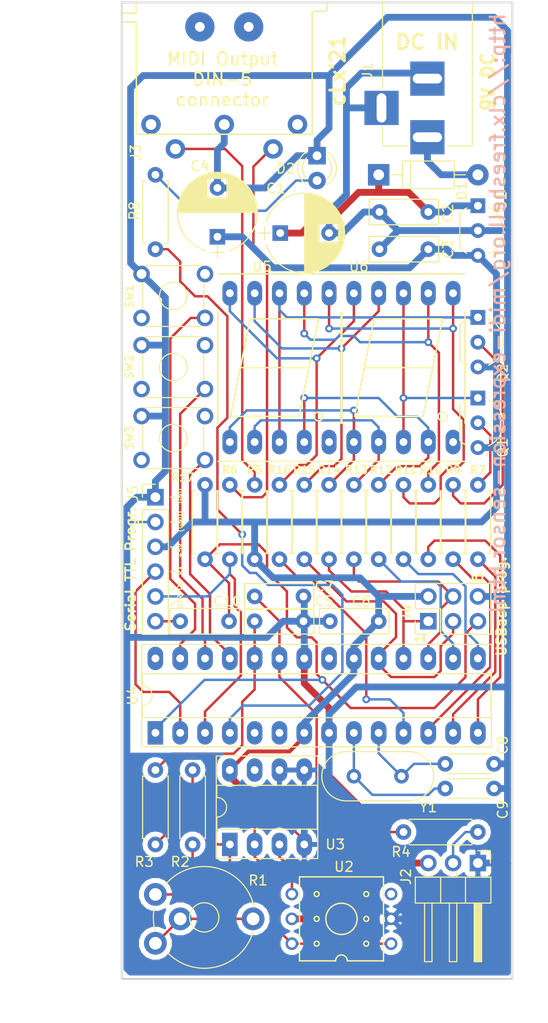
<source format=kicad_pcb>
(kicad_pcb (version 20171130) (host pcbnew 5.0.2+dfsg1-1)
  (layers (0 F.Cu signal) (31 B.Cu signal) (34 B.Paste user hide) (35 F.Paste user) (36 B.SilkS user hide) (37 F.SilkS user) (38 B.Mask user hide) (39 F.Mask user) (44 Edge.Cuts user))
  (net 0 "")
  (net 1 /DTR)
  (net 2 /~RST)
  (net 3 /AN0)
  (net 4 GND)
  (net 5 +5V)
  (net 6 /AN1)
  (net 7 /RXD)
  (net 8 /MISO)
  (net 9 /SCK)
  (net 10 /MOSI)
  (net 11 "Net-(D1-Pad2)")
  (net 12 "Net-(R1-Pad1)")
  (net 13 "Net-(J3-Pad5)")
  (net 14 "Net-(J3-Pad4)")
  (net 15 "Net-(C9-Pad1)")
  (net 16 /LED)
  (net 17 "Net-(D2-Pad2)")
  (net 18 /~SEG_A)
  (net 19 /A)
  (net 20 /B)
  (net 21 /~SEG_B)
  (net 22 /~SEG_C)
  (net 23 /C)
  (net 24 /D)
  (net 25 /E)
  (net 26 /F)
  (net 27 /G)
  (net 28 /~SEG_G)
  (net 29 "Net-(Q1-Pad2)")
  (net 30 /~DIGIT1)
  (net 31 /~DIGIT0)
  (net 32 "Net-(Q2-Pad2)")
  (net 33 "Net-(Q1-Pad1)")
  (net 34 "Net-(Q2-Pad1)")
  (net 35 "Net-(R2-Pad2)")
  (net 36 "Net-(C1-Pad1)")
  (net 37 "Net-(C8-Pad2)")
  (net 38 "Net-(J2-Pad2)")
  (net 39 "Net-(U2-Pad4)")
  (net 40 /TXD)
  (net 41 /~SW1)
  (net 42 /~SW2)
  (net 43 /~SW3)
  (net 44 "Net-(J3-Pad3)")
  (net 45 "Net-(J3-Pad1)")
  (net 46 "Net-(U3-Pad7)")
  (net 47 "Net-(U4-Pad5)")
  (net 48 "Net-(U4-Pad6)")
  (net 49 "Net-(U4-Pad21)")
  (net 50 "Net-(U4-Pad28)")
  (net 51 "Net-(U5-Pad5)")
  (net 52 "Net-(U6-Pad5)")
  (net 53 "Net-(R1-Pad3)")
  (module MPS20N0040D:MPS20N0040D (layer F.Cu) (at 76.2 120.65 180)
    (fp_text reference U2 (at -0.254 5.334 180) (layer F.SilkS))
    (fp_text value MPS20N0040D)
    (pad 6 thru_hole circle (at 5.08 -2.54 180) (size 1.3 1.3) (drill 0.8) (layers *.Cu *.Mask) (net 35 "Net-(R2-Pad2)"))
    (pad 5 thru_hole circle (at 5.08 0 180) (size 1.3 1.3) (drill 0.8) (layers *.Cu *.Mask) (net 5 +5V))
    (pad 4 thru_hole circle (at 5.08 2.54 180) (size 1.3 1.3) (drill 0.8) (layers *.Cu *.Mask) (net 39 "Net-(U2-Pad4)"))
    (pad 3 thru_hole circle (at -5.08 2.54 180) (size 1.3 1.3) (drill 0.8) (layers *.Cu *.Mask))
    (pad 2 thru_hole circle (at -5.08 0 180) (size 1.3 1.3) (drill 0.8) (layers *.Cu *.Mask) (net 4 GND))
    (pad 1 thru_hole circle (at -5.08 -2.54 180) (size 1.3 1.3) (drill 0.8) (layers *.Cu *.Mask) (net 35 "Net-(R2-Pad2)"))
  )
  (module KCDX:KCDX-5S-N2 (layer F.Cu) (at 64.2 26.8)
    (fp_text reference J3 (at -9.082 15.364 90) (layer F.SilkS))
    (fp_text value KCDX-5S-N2)
    (pad 5 thru_hole circle (at 5 15) (size 2 2) (drill 1.1) (layers *.Cu *.Mask) (net 13 "Net-(J3-Pad5)"))
    (pad 4 thru_hole circle (at -5 15) (size 2 2) (drill 1.1) (layers *.Cu *.Mask) (net 14 "Net-(J3-Pad4)"))
    (pad 3 thru_hole circle (at 7.5 12.5) (size 2 2) (drill 1.1) (layers *.Cu *.Mask) (net 44 "Net-(J3-Pad3)"))
    (pad 1 thru_hole circle (at -7.5 12.5) (size 2 2) (drill 1.1) (layers *.Cu *.Mask) (net 45 "Net-(J3-Pad1)"))
    (pad 2 thru_hole circle (at 0 12.5) (size 2 2) (drill 1.1) (layers *.Cu *.Mask) (net 4 GND))
    (pad "" thru_hole circle (at 2.5 2.5) (size 3 3) (drill 1) (layers *.Cu *.Mask))
    (pad "" thru_hole circle (at -2.5 2.5) (size 3 3) (drill 1) (layers *.Cu *.Mask))
  )
  (module Resistors_THT:R_Axial_DIN0207_L6.3mm_D2.5mm_P7.62mm_Horizontal (layer F.Cu) (at 60.96 113.03 90)
    (fp_text reference R2 (at -1.778 -1.27 180) (layer F.SilkS))
    (fp_text value 100k)
    (pad 2 thru_hole oval (at 7.62 0 90) (size 1.6 1.6) (drill 0.8) (layers *.Cu *.Mask) (net 35 "Net-(R2-Pad2)"))
    (pad 1 thru_hole circle (at 0 0 90) (size 1.6 1.6) (drill 0.8) (layers *.Cu *.Mask) (net 53 "Net-(R1-Pad3)"))
  )
  (module Resistors_THT:R_Axial_DIN0207_L6.3mm_D2.5mm_P7.62mm_Horizontal (layer F.Cu) (at 80.01 83.82 90)
    (fp_text reference R12 (at 9.144 0.254 180) (layer F.SilkS) (effects (font (size 0.8 0.8))))
    (fp_text value 470)
    (pad 2 thru_hole oval (at 7.62 0 90) (size 1.6 1.6) (drill 0.8) (layers *.Cu *.Mask) (net 23 /C))
    (pad 1 thru_hole circle (at 0 0 90) (size 1.6 1.6) (drill 0.8) (layers *.Cu *.Mask) (net 22 /~SEG_C))
  )
  (module Resistors_THT:R_Axial_DIN0207_L6.3mm_D2.5mm_P7.62mm_Horizontal (layer F.Cu) (at 77.47 83.82 90)
    (fp_text reference R13 (at 9.144 0.254) (layer F.SilkS) (effects (font (size 0.8 0.8))))
    (fp_text value 470)
    (pad 1 thru_hole circle (at 0 0 90) (size 1.6 1.6) (drill 0.8) (layers *.Cu *.Mask) (net 10 /MOSI))
    (pad 2 thru_hole oval (at 7.62 0 90) (size 1.6 1.6) (drill 0.8) (layers *.Cu *.Mask) (net 24 /D))
  )
  (module Pin_Headers:Pin_Header_Angled_1x03_Pitch2.54mm (layer F.Cu) (at 90.17 114.935 270)
    (fp_text reference J2 (at 1.397 7.366 90) (layer F.SilkS))
    (fp_text value Conn_01x03_Male)
    (pad 1 thru_hole rect (at 0 0 270) (size 1.7 1.7) (drill 1) (layers *.Cu *.Mask) (net 4 GND))
    (pad 2 thru_hole oval (at 0 2.54 270) (size 1.7 1.7) (drill 1) (layers *.Cu *.Mask) (net 38 "Net-(J2-Pad2)"))
    (pad 3 thru_hole oval (at 0 5.08 270) (size 1.7 1.7) (drill 1) (layers *.Cu *.Mask) (net 5 +5V))
  )
  (module Housings_DIP:DIP-8_W7.62mm_Socket_LongPads (layer F.Cu) (at 64.77 113.03 90)
    (fp_text reference U3 (at 0 10.795 180) (layer F.SilkS))
    (fp_text value TL972)
    (pad 1 thru_hole rect (at 0 0 90) (size 2.4 1.6) (drill 0.8) (layers *.Cu *.Mask) (net 12 "Net-(R1-Pad1)"))
    (pad 5 thru_hole oval (at 7.62 7.62 90) (size 2.4 1.6) (drill 0.8) (layers *.Cu *.Mask) (net 4 GND))
    (pad 2 thru_hole oval (at 0 2.54 90) (size 2.4 1.6) (drill 0.8) (layers *.Cu *.Mask) (net 35 "Net-(R2-Pad2)"))
    (pad 6 thru_hole oval (at 7.62 5.08 90) (size 2.4 1.6) (drill 0.8) (layers *.Cu *.Mask) (net 4 GND))
    (pad 3 thru_hole oval (at 0 5.08 90) (size 2.4 1.6) (drill 0.8) (layers *.Cu *.Mask) (net 39 "Net-(U2-Pad4)"))
    (pad 7 thru_hole oval (at 7.62 2.54 90) (size 2.4 1.6) (drill 0.8) (layers *.Cu *.Mask) (net 46 "Net-(U3-Pad7)"))
    (pad 4 thru_hole oval (at 0 7.62 90) (size 2.4 1.6) (drill 0.8) (layers *.Cu *.Mask) (net 4 GND))
    (pad 8 thru_hole oval (at 7.62 0 90) (size 2.4 1.6) (drill 0.8) (layers *.Cu *.Mask) (net 5 +5V))
  )
  (module Housings_DIP:DIP-28_W7.62mm_Socket_LongPads (layer F.Cu) (at 57.15 101.6 90)
    (fp_text reference U4 (at 3.81 -2.33 90) (layer F.SilkS))
    (fp_text value ATmega328P-PU)
    (pad 1 thru_hole rect (at 0 0 90) (size 2.4 1.6) (drill 0.8) (layers *.Cu *.Mask) (net 2 /~RST))
    (pad 15 thru_hole oval (at 7.62 33.02 90) (size 2.4 1.6) (drill 0.8) (layers *.Cu *.Mask) (net 21 /~SEG_B))
    (pad 2 thru_hole oval (at 0 2.54 90) (size 2.4 1.6) (drill 0.8) (layers *.Cu *.Mask) (net 7 /RXD))
    (pad 16 thru_hole oval (at 7.62 30.48 90) (size 2.4 1.6) (drill 0.8) (layers *.Cu *.Mask) (net 22 /~SEG_C))
    (pad 3 thru_hole oval (at 0 5.08 90) (size 2.4 1.6) (drill 0.8) (layers *.Cu *.Mask) (net 40 /TXD))
    (pad 17 thru_hole oval (at 7.62 27.94 90) (size 2.4 1.6) (drill 0.8) (layers *.Cu *.Mask) (net 10 /MOSI))
    (pad 4 thru_hole oval (at 0 7.62 90) (size 2.4 1.6) (drill 0.8) (layers *.Cu *.Mask) (net 16 /LED))
    (pad 18 thru_hole oval (at 7.62 25.4 90) (size 2.4 1.6) (drill 0.8) (layers *.Cu *.Mask) (net 8 /MISO))
    (pad 5 thru_hole oval (at 0 10.16 90) (size 2.4 1.6) (drill 0.8) (layers *.Cu *.Mask) (net 47 "Net-(U4-Pad5)"))
    (pad 19 thru_hole oval (at 7.62 22.86 90) (size 2.4 1.6) (drill 0.8) (layers *.Cu *.Mask) (net 9 /SCK))
    (pad 6 thru_hole oval (at 0 12.7 90) (size 2.4 1.6) (drill 0.8) (layers *.Cu *.Mask) (net 48 "Net-(U4-Pad6)"))
    (pad 20 thru_hole oval (at 7.62 20.32 90) (size 2.4 1.6) (drill 0.8) (layers *.Cu *.Mask) (net 5 +5V))
    (pad 7 thru_hole oval (at 0 15.24 90) (size 2.4 1.6) (drill 0.8) (layers *.Cu *.Mask) (net 5 +5V))
    (pad 21 thru_hole oval (at 7.62 17.78 90) (size 2.4 1.6) (drill 0.8) (layers *.Cu *.Mask) (net 49 "Net-(U4-Pad21)"))
    (pad 8 thru_hole oval (at 0 17.78 90) (size 2.4 1.6) (drill 0.8) (layers *.Cu *.Mask) (net 4 GND))
    (pad 22 thru_hole oval (at 7.62 15.24 90) (size 2.4 1.6) (drill 0.8) (layers *.Cu *.Mask) (net 4 GND))
    (pad 9 thru_hole oval (at 0 20.32 90) (size 2.4 1.6) (drill 0.8) (layers *.Cu *.Mask) (net 15 "Net-(C9-Pad1)"))
    (pad 23 thru_hole oval (at 7.62 12.7 90) (size 2.4 1.6) (drill 0.8) (layers *.Cu *.Mask) (net 3 /AN0))
    (pad 10 thru_hole oval (at 0 22.86 90) (size 2.4 1.6) (drill 0.8) (layers *.Cu *.Mask) (net 37 "Net-(C8-Pad2)"))
    (pad 24 thru_hole oval (at 7.62 10.16 90) (size 2.4 1.6) (drill 0.8) (layers *.Cu *.Mask) (net 6 /AN1))
    (pad 11 thru_hole oval (at 0 25.4 90) (size 2.4 1.6) (drill 0.8) (layers *.Cu *.Mask) (net 28 /~SEG_G))
    (pad 25 thru_hole oval (at 7.62 7.62 90) (size 2.4 1.6) (drill 0.8) (layers *.Cu *.Mask) (net 43 /~SW3))
    (pad 12 thru_hole oval (at 0 27.94 90) (size 2.4 1.6) (drill 0.8) (layers *.Cu *.Mask) (net 30 /~DIGIT1))
    (pad 26 thru_hole oval (at 7.62 5.08 90) (size 2.4 1.6) (drill 0.8) (layers *.Cu *.Mask) (net 42 /~SW2))
    (pad 13 thru_hole oval (at 0 30.48 90) (size 2.4 1.6) (drill 0.8) (layers *.Cu *.Mask) (net 31 /~DIGIT0))
    (pad 27 thru_hole oval (at 7.62 2.54 90) (size 2.4 1.6) (drill 0.8) (layers *.Cu *.Mask) (net 41 /~SW1))
    (pad 14 thru_hole oval (at 0 33.02 90) (size 2.4 1.6) (drill 0.8) (layers *.Cu *.Mask) (net 18 /~SEG_A))
    (pad 28 thru_hole oval (at 7.62 0 90) (size 2.4 1.6) (drill 0.8) (layers *.Cu *.Mask) (net 50 "Net-(U4-Pad28)"))
  )
  (module TO_SOT_Packages_THT:TO-92_Inline_Wide (layer F.Cu) (at 90.17 47.625 270)
    (fp_text reference U1 (at -0.508 -2.413 90) (layer F.SilkS))
    (fp_text value L7805)
    (pad 2 thru_hole circle (at 2.54 0) (size 1.52 1.52) (drill 0.8) (layers *.Cu *.Mask) (net 4 GND))
    (pad 3 thru_hole circle (at 5.08 0) (size 1.52 1.52) (drill 0.8) (layers *.Cu *.Mask) (net 5 +5V))
    (pad 1 thru_hole rect (at 0 0) (size 1.52 1.52) (drill 0.8) (layers *.Cu *.Mask) (net 36 "Net-(C1-Pad1)"))
  )
  (module Crystals:Crystal_HC49-4H_Vertical (layer F.Cu) (at 82.35 106.045 180)
    (fp_text reference Y1 (at -2.74 -3.175 180) (layer F.SilkS))
    (fp_text value 16MHz)
    (pad 1 thru_hole circle (at 0 0 180) (size 1.5 1.5) (drill 0.8) (layers *.Cu *.Mask) (net 37 "Net-(C8-Pad2)"))
    (pad 2 thru_hole circle (at 4.88 0 180) (size 1.5 1.5) (drill 0.8) (layers *.Cu *.Mask) (net 15 "Net-(C9-Pad1)"))
  )
  (module Capacitors_THT:C_Disc_D4.3mm_W1.9mm_P5.00mm (layer F.Cu) (at 91.821 104.775 180)
    (fp_text reference C8 (at -0.889 1.905 270) (layer F.SilkS))
    (fp_text value 15p)
    (pad 1 thru_hole circle (at 0 0 180) (size 1.6 1.6) (drill 0.8) (layers *.Cu *.Mask) (net 4 GND))
    (pad 2 thru_hole circle (at 5 0 180) (size 1.6 1.6) (drill 0.8) (layers *.Cu *.Mask) (net 37 "Net-(C8-Pad2)"))
  )
  (module Capacitors_THT:C_Disc_D4.3mm_W1.9mm_P5.00mm (layer F.Cu) (at 86.821 107.3)
    (fp_text reference C9 (at 5.889 2.174 90) (layer F.SilkS))
    (fp_text value 15p)
    (pad 2 thru_hole circle (at 5 0) (size 1.6 1.6) (drill 0.8) (layers *.Cu *.Mask) (net 4 GND))
    (pad 1 thru_hole circle (at 0 0) (size 1.6 1.6) (drill 0.8) (layers *.Cu *.Mask) (net 15 "Net-(C9-Pad1)"))
  )
  (module Diodes_THT:D_DO-41_SOD81_P10.16mm_Horizontal (layer F.Cu) (at 80.01 44.45)
    (fp_text reference D1 (at 8.509 1.651 90) (layer F.SilkS))
    (fp_text value 1N4007)
    (pad 1 thru_hole rect (at 0 0) (size 2.2 2.2) (drill 1.1) (layers *.Cu *.Mask) (net 36 "Net-(C1-Pad1)"))
    (pad 2 thru_hole oval (at 10.16 0) (size 2.2 2.2) (drill 1.1) (layers *.Cu *.Mask) (net 11 "Net-(D1-Pad2)"))
  )
  (module Connectors:BARREL_JACK (layer F.Cu) (at 85 40.6 270)
    (fp_text reference J1 (at -6.818 6.133 90) (layer F.SilkS))
    (fp_text value Barrel_Jack_Switch)
    (pad 1 thru_hole rect (at 0 0 270) (size 3.5 3.5) (drill oval 1 3) (layers *.Cu *.Mask) (net 11 "Net-(D1-Pad2)"))
    (pad 2 thru_hole rect (at -6 0 270) (size 3.5 3.5) (drill oval 1 3) (layers *.Cu *.Mask) (net 4 GND))
    (pad 3 thru_hole rect (at -3 4.7 270) (size 3.5 3.5) (drill oval 3 1) (layers *.Cu *.Mask) (net 4 GND))
  )
  (module Pin_Headers:Pin_Header_Straight_1x06_Pitch2.54mm (layer F.Cu) (at 57.15 77.47)
    (fp_text reference J5 (at -2.286 -0.381 90) (layer F.SilkS))
    (fp_text value Conn_01x06_Female)
    (pad 1 thru_hole rect (at 0 0) (size 1.7 1.7) (drill 1) (layers *.Cu *.Mask) (net 4 GND))
    (pad 2 thru_hole oval (at 0 2.54) (size 1.7 1.7) (drill 1) (layers *.Cu *.Mask) (net 4 GND))
    (pad 3 thru_hole oval (at 0 5.08) (size 1.7 1.7) (drill 1) (layers *.Cu *.Mask) (net 5 +5V))
    (pad 4 thru_hole oval (at 0 7.62) (size 1.7 1.7) (drill 1) (layers *.Cu *.Mask) (net 7 /RXD))
    (pad 5 thru_hole oval (at 0 10.16) (size 1.7 1.7) (drill 1) (layers *.Cu *.Mask) (net 40 /TXD))
    (pad 6 thru_hole oval (at 0 12.7) (size 1.7 1.7) (drill 1) (layers *.Cu *.Mask) (net 1 /DTR))
  )
  (module LEDs:LED_D3.0mm (layer F.Cu) (at 73.7 42.5 270)
    (fp_text reference D2 (at 1.315 3.215) (layer F.SilkS))
    (fp_text value LED)
    (pad 1 thru_hole rect (at 0 0 270) (size 1.8 1.8) (drill 0.9) (layers *.Cu *.Mask) (net 4 GND))
    (pad 2 thru_hole circle (at 2.54 0 270) (size 1.8 1.8) (drill 0.9) (layers *.Cu *.Mask) (net 17 "Net-(D2-Pad2)"))
  )
  (module Displays_7-Segment:7SegmentLED_LTS6760_LTS6780 (layer F.Cu) (at 69.85 64.199586)
    (fp_text reference U5 (at -1.778 -10.351586 180) (layer F.SilkS))
    (fp_text value KCSA02-105)
    (pad 10 thru_hole oval (at -5.08 -7.62) (size 1.524 2.524) (drill 0.8) (layers *.Cu *.Mask) (net 27 /G))
    (pad 9 thru_hole oval (at -2.54 -7.62) (size 1.524 2.524) (drill 0.8) (layers *.Cu *.Mask) (net 26 /F))
    (pad 8 thru_hole oval (at 0 -7.62) (size 1.524 2.524) (drill 0.8) (layers *.Cu *.Mask) (net 34 "Net-(Q2-Pad1)"))
    (pad 7 thru_hole oval (at 2.54 -7.62) (size 1.524 2.524) (drill 0.8) (layers *.Cu *.Mask) (net 19 /A))
    (pad 6 thru_hole oval (at 5.08 -7.62) (size 1.524 2.524) (drill 0.8) (layers *.Cu *.Mask) (net 20 /B))
    (pad 5 thru_hole oval (at 5.08 7.62) (size 1.524 2.524) (drill 0.8) (layers *.Cu *.Mask) (net 51 "Net-(U5-Pad5)"))
    (pad 4 thru_hole oval (at 2.54 7.62) (size 1.524 2.524) (drill 0.8) (layers *.Cu *.Mask) (net 23 /C))
    (pad 3 thru_hole oval (at 0 7.62) (size 1.524 2.524) (drill 0.8) (layers *.Cu *.Mask) (net 34 "Net-(Q2-Pad1)"))
    (pad 2 thru_hole oval (at -2.54 7.62) (size 1.524 2.524) (drill 0.8) (layers *.Cu *.Mask) (net 24 /D))
    (pad 1 thru_hole oval (at -5.08 7.62) (size 1.524 2.524) (drill 0.8) (layers *.Cu *.Mask) (net 25 /E))
  )
  (module Displays_7-Segment:7SegmentLED_LTS6760_LTS6780 (layer F.Cu) (at 82.55 64.199586)
    (fp_text reference U6 (at -4.572 -10.351586 180) (layer F.SilkS))
    (fp_text value KCSA02-105)
    (pad 1 thru_hole oval (at -5.08 7.62) (size 1.524 2.524) (drill 0.8) (layers *.Cu *.Mask) (net 25 /E))
    (pad 2 thru_hole oval (at -2.54 7.62) (size 1.524 2.524) (drill 0.8) (layers *.Cu *.Mask) (net 24 /D))
    (pad 3 thru_hole oval (at 0 7.62) (size 1.524 2.524) (drill 0.8) (layers *.Cu *.Mask) (net 33 "Net-(Q1-Pad1)"))
    (pad 4 thru_hole oval (at 2.54 7.62) (size 1.524 2.524) (drill 0.8) (layers *.Cu *.Mask) (net 23 /C))
    (pad 5 thru_hole oval (at 5.08 7.62) (size 1.524 2.524) (drill 0.8) (layers *.Cu *.Mask) (net 52 "Net-(U6-Pad5)"))
    (pad 6 thru_hole oval (at 5.08 -7.62) (size 1.524 2.524) (drill 0.8) (layers *.Cu *.Mask) (net 20 /B))
    (pad 7 thru_hole oval (at 2.54 -7.62) (size 1.524 2.524) (drill 0.8) (layers *.Cu *.Mask) (net 19 /A))
    (pad 8 thru_hole oval (at 0 -7.62) (size 1.524 2.524) (drill 0.8) (layers *.Cu *.Mask) (net 33 "Net-(Q1-Pad1)"))
    (pad 9 thru_hole oval (at -2.54 -7.62) (size 1.524 2.524) (drill 0.8) (layers *.Cu *.Mask) (net 26 /F))
    (pad 10 thru_hole oval (at -5.08 -7.62) (size 1.524 2.524) (drill 0.8) (layers *.Cu *.Mask) (net 27 /G))
  )
  (module Potentiometers:Potentiometer_Trimmer_Piher_PT-10v10_Horizontal_Px10.0mm_Py5.0mm (layer F.Cu) (at 57.15 123.15)
    (fp_text reference R1 (at 10.508 -6.437) (layer F.SilkS))
    (fp_text value 2M)
    (pad 3 thru_hole circle (at 0 -5) (size 2.34 2.34) (drill 1.3) (layers *.Cu *.Mask) (net 53 "Net-(R1-Pad3)"))
    (pad 2 thru_hole circle (at 10 -2.5) (size 2.34 2.34) (drill 1.3) (layers *.Cu *.Mask) (net 12 "Net-(R1-Pad1)"))
    (pad 1 thru_hole circle (at 0 0) (size 2.34 2.34) (drill 1.3) (layers *.Cu *.Mask) (net 12 "Net-(R1-Pad1)"))
  )
  (module Resistors_THT:R_Axial_DIN0207_L6.3mm_D2.5mm_P7.62mm_Horizontal (layer F.Cu) (at 62.23 83.82 90)
    (fp_text reference R17 (at 8.382 -2.286) (layer F.SilkS) (effects (font (size 0.8 0.8))))
    (fp_text value 10k)
    (pad 2 thru_hole oval (at 7.62 0 90) (size 1.6 1.6) (drill 0.8) (layers *.Cu *.Mask) (net 5 +5V))
    (pad 1 thru_hole circle (at 0 0 90) (size 1.6 1.6) (drill 0.8) (layers *.Cu *.Mask) (net 2 /~RST))
  )
  (module Resistors_THT:R_Axial_DIN0207_L6.3mm_D2.5mm_P7.62mm_Horizontal (layer F.Cu) (at 57.15 105.41 270)
    (fp_text reference R3 (at 9.398 1.143) (layer F.SilkS))
    (fp_text value 10k)
    (pad 1 thru_hole circle (at 0 0 270) (size 1.6 1.6) (drill 0.8) (layers *.Cu *.Mask) (net 6 /AN1))
    (pad 2 thru_hole oval (at 7.62 0 270) (size 1.6 1.6) (drill 0.8) (layers *.Cu *.Mask) (net 12 "Net-(R1-Pad1)"))
  )
  (module Resistors_THT:R_Axial_DIN0207_L6.3mm_D2.5mm_P7.62mm_Horizontal (layer F.Cu) (at 64.77 76.2 270)
    (fp_text reference R6 (at -1.524 0) (layer F.SilkS) (effects (font (size 0.8 0.8))))
    (fp_text value 220)
    (pad 2 thru_hole oval (at 7.62 0 270) (size 1.6 1.6) (drill 0.8) (layers *.Cu *.Mask) (net 40 /TXD))
    (pad 1 thru_hole circle (at 0 0 270) (size 1.6 1.6) (drill 0.8) (layers *.Cu *.Mask) (net 13 "Net-(J3-Pad5)"))
  )
  (module Resistors_THT:R_Axial_DIN0207_L6.3mm_D2.5mm_P7.62mm_Horizontal (layer F.Cu) (at 67.31 76.2 270)
    (fp_text reference R5 (at -1.524 0) (layer F.SilkS) (effects (font (size 0.8 0.8))))
    (fp_text value 220)
    (pad 1 thru_hole circle (at 0 0 270) (size 1.6 1.6) (drill 0.8) (layers *.Cu *.Mask) (net 14 "Net-(J3-Pad4)"))
    (pad 2 thru_hole oval (at 7.62 0 270) (size 1.6 1.6) (drill 0.8) (layers *.Cu *.Mask) (net 5 +5V))
  )
  (module Resistors_THT:R_Axial_DIN0207_L6.3mm_D2.5mm_P7.62mm_Horizontal (layer F.Cu) (at 82.55 111.76)
    (fp_text reference R4 (at -0.254 2.032 180) (layer F.SilkS))
    (fp_text value 10k)
    (pad 2 thru_hole oval (at 7.62 0) (size 1.6 1.6) (drill 0.8) (layers *.Cu *.Mask) (net 38 "Net-(J2-Pad2)"))
    (pad 1 thru_hole circle (at 0 0) (size 1.6 1.6) (drill 0.8) (layers *.Cu *.Mask) (net 3 /AN0))
  )
  (module Resistors_THT:R_Axial_DIN0207_L6.3mm_D2.5mm_P7.62mm_Horizontal (layer F.Cu) (at 57.15 44.45 270)
    (fp_text reference R8 (at 3.683 2.159 90) (layer F.SilkS))
    (fp_text value 1k)
    (pad 2 thru_hole oval (at 7.62 0 270) (size 1.6 1.6) (drill 0.8) (layers *.Cu *.Mask) (net 16 /LED))
    (pad 1 thru_hole circle (at 0 0 270) (size 1.6 1.6) (drill 0.8) (layers *.Cu *.Mask) (net 17 "Net-(D2-Pad2)"))
  )
  (module Resistors_THT:R_Axial_DIN0207_L6.3mm_D2.5mm_P7.62mm_Horizontal (layer F.Cu) (at 85.09 83.82 90)
    (fp_text reference R10 (at 9.144 0.254 180) (layer F.SilkS) (effects (font (size 0.8 0.8))))
    (fp_text value 470)
    (pad 1 thru_hole circle (at 0 0 90) (size 1.6 1.6) (drill 0.8) (layers *.Cu *.Mask) (net 18 /~SEG_A))
    (pad 2 thru_hole oval (at 7.62 0 90) (size 1.6 1.6) (drill 0.8) (layers *.Cu *.Mask) (net 19 /A))
  )
  (module Resistors_THT:R_Axial_DIN0207_L6.3mm_D2.5mm_P7.62mm_Horizontal (layer F.Cu) (at 82.55 83.82 90)
    (fp_text reference R11 (at 9.144 0.254 180) (layer F.SilkS) (effects (font (size 0.8 0.8))))
    (fp_text value 470)
    (pad 1 thru_hole circle (at 0 0 90) (size 1.6 1.6) (drill 0.8) (layers *.Cu *.Mask) (net 21 /~SEG_B))
    (pad 2 thru_hole oval (at 7.62 0 90) (size 1.6 1.6) (drill 0.8) (layers *.Cu *.Mask) (net 20 /B))
  )
  (module Resistors_THT:R_Axial_DIN0207_L6.3mm_D2.5mm_P7.62mm_Horizontal (layer F.Cu) (at 74.93 83.82 90)
    (fp_text reference R14 (at 9.144 0 180) (layer F.SilkS) (effects (font (size 0.8 0.8))))
    (fp_text value 470)
    (pad 2 thru_hole oval (at 7.62 0 90) (size 1.6 1.6) (drill 0.8) (layers *.Cu *.Mask) (net 25 /E))
    (pad 1 thru_hole circle (at 0 0 90) (size 1.6 1.6) (drill 0.8) (layers *.Cu *.Mask) (net 8 /MISO))
  )
  (module Resistors_THT:R_Axial_DIN0207_L6.3mm_D2.5mm_P7.62mm_Horizontal (layer F.Cu) (at 72.39 83.82 90)
    (fp_text reference R15 (at 9.144 0 180) (layer F.SilkS) (effects (font (size 0.8 0.8))))
    (fp_text value 470)
    (pad 1 thru_hole circle (at 0 0 90) (size 1.6 1.6) (drill 0.8) (layers *.Cu *.Mask) (net 9 /SCK))
    (pad 2 thru_hole oval (at 7.62 0 90) (size 1.6 1.6) (drill 0.8) (layers *.Cu *.Mask) (net 26 /F))
  )
  (module Resistors_THT:R_Axial_DIN0207_L6.3mm_D2.5mm_P7.62mm_Horizontal (layer F.Cu) (at 69.85 83.82 90)
    (fp_text reference R16 (at 9.144 0 180) (layer F.SilkS) (effects (font (size 0.8 0.8))))
    (fp_text value 470)
    (pad 1 thru_hole circle (at 0 0 90) (size 1.6 1.6) (drill 0.8) (layers *.Cu *.Mask) (net 28 /~SEG_G))
    (pad 2 thru_hole oval (at 7.62 0 90) (size 1.6 1.6) (drill 0.8) (layers *.Cu *.Mask) (net 27 /G))
  )
  (module Resistors_THT:R_Axial_DIN0207_L6.3mm_D2.5mm_P7.62mm_Horizontal (layer F.Cu) (at 87.63 76.2 270)
    (fp_text reference R9 (at -1.524 0) (layer F.SilkS) (effects (font (size 0.8 0.8))))
    (fp_text value 10k)
    (pad 2 thru_hole oval (at 7.62 0 270) (size 1.6 1.6) (drill 0.8) (layers *.Cu *.Mask) (net 30 /~DIGIT1))
    (pad 1 thru_hole circle (at 0 0 270) (size 1.6 1.6) (drill 0.8) (layers *.Cu *.Mask) (net 32 "Net-(Q2-Pad2)"))
  )
  (module Resistors_THT:R_Axial_DIN0207_L6.3mm_D2.5mm_P7.62mm_Horizontal (layer F.Cu) (at 90.17 76.2 270)
    (fp_text reference R7 (at -1.524 0) (layer F.SilkS) (effects (font (size 0.8 0.8))))
    (fp_text value 10k)
    (pad 1 thru_hole circle (at 0 0 270) (size 1.6 1.6) (drill 0.8) (layers *.Cu *.Mask) (net 29 "Net-(Q1-Pad2)"))
    (pad 2 thru_hole oval (at 7.62 0 270) (size 1.6 1.6) (drill 0.8) (layers *.Cu *.Mask) (net 31 /~DIGIT0))
  )
  (module TO_SOT_Packages_THT:TO-92_Inline_Wide (layer F.Cu) (at 90.17 67.31 270)
    (fp_text reference Q1 (at 5.08 -2.54 90) (layer F.SilkS))
    (fp_text value BC327)
    (pad 2 thru_hole circle (at 2.54 0) (size 1.52 1.52) (drill 0.8) (layers *.Cu *.Mask) (net 29 "Net-(Q1-Pad2)"))
    (pad 3 thru_hole circle (at 5.08 0) (size 1.52 1.52) (drill 0.8) (layers *.Cu *.Mask) (net 5 +5V))
    (pad 1 thru_hole rect (at 0 0) (size 1.52 1.52) (drill 0.8) (layers *.Cu *.Mask) (net 33 "Net-(Q1-Pad1)"))
  )
  (module TO_SOT_Packages_THT:TO-92_Inline_Wide (layer F.Cu) (at 90.17 59.055 270)
    (fp_text reference Q2 (at 5.715 -2.54 90) (layer F.SilkS))
    (fp_text value BC327)
    (pad 1 thru_hole rect (at 0 0) (size 1.52 1.52) (drill 0.8) (layers *.Cu *.Mask) (net 34 "Net-(Q2-Pad1)"))
    (pad 3 thru_hole circle (at 5.08 0) (size 1.52 1.52) (drill 0.8) (layers *.Cu *.Mask) (net 5 +5V))
    (pad 2 thru_hole circle (at 2.54 0) (size 1.52 1.52) (drill 0.8) (layers *.Cu *.Mask) (net 32 "Net-(Q2-Pad2)"))
  )
  (module Pin_Headers:Pin_Header_Straight_2x03_Pitch2.54mm (layer F.Cu) (at 85.09 90.17 90)
    (fp_text reference J4 (at 0.889 -2.159 90) (layer F.SilkS))
    (fp_text value Conn_02x03_Odd_Even)
    (pad 1 thru_hole rect (at 0 0 90) (size 1.7 1.7) (drill 1) (layers *.Cu *.Mask) (net 8 /MISO))
    (pad 2 thru_hole oval (at 2.54 0 90) (size 1.7 1.7) (drill 1) (layers *.Cu *.Mask) (net 5 +5V))
    (pad 3 thru_hole oval (at 0 2.54 90) (size 1.7 1.7) (drill 1) (layers *.Cu *.Mask) (net 9 /SCK))
    (pad 4 thru_hole oval (at 2.54 2.54 90) (size 1.7 1.7) (drill 1) (layers *.Cu *.Mask) (net 10 /MOSI))
    (pad 5 thru_hole oval (at 0 5.08 90) (size 1.7 1.7) (drill 1) (layers *.Cu *.Mask) (net 2 /~RST))
    (pad 6 thru_hole oval (at 2.54 5.08 90) (size 1.7 1.7) (drill 1) (layers *.Cu *.Mask) (net 4 GND))
  )
  (module Capacitors_THT:C_Rect_L7.0mm_W2.5mm_P5.00mm (layer F.Cu) (at 80.09 48.26)
    (fp_text reference C2 (at 7.032 0.127 90) (layer F.SilkS))
    (fp_text value 100n)
    (pad 2 thru_hole circle (at 5 0) (size 1.6 1.6) (drill 0.8) (layers *.Cu *.Mask) (net 36 "Net-(C1-Pad1)"))
    (pad 1 thru_hole circle (at 0 0) (size 1.6 1.6) (drill 0.8) (layers *.Cu *.Mask) (net 4 GND))
  )
  (module Capacitors_THT:C_Rect_L7.0mm_W2.5mm_P5.00mm (layer F.Cu) (at 85.09 52.07 180)
    (fp_text reference C3 (at -2.032 0 270) (layer F.SilkS))
    (fp_text value 100n)
    (pad 1 thru_hole circle (at 0 0 180) (size 1.6 1.6) (drill 0.8) (layers *.Cu *.Mask) (net 5 +5V))
    (pad 2 thru_hole circle (at 5 0 180) (size 1.6 1.6) (drill 0.8) (layers *.Cu *.Mask) (net 4 GND))
  )
  (module Capacitors_THT:C_Rect_L7.0mm_W2.5mm_P5.00mm (layer F.Cu) (at 67.31 90.17)
    (fp_text reference C5 (at 7.112 -2.032) (layer F.SilkS))
    (fp_text value 100n)
    (pad 2 thru_hole circle (at 5 0) (size 1.6 1.6) (drill 0.8) (layers *.Cu *.Mask) (net 4 GND))
    (pad 1 thru_hole circle (at 0 0) (size 1.6 1.6) (drill 0.8) (layers *.Cu *.Mask) (net 6 /AN1))
  )
  (module Capacitors_THT:C_Rect_L7.0mm_W2.5mm_P5.00mm (layer F.Cu) (at 80.01 90.17 180)
    (fp_text reference C6 (at 1.778 2.032 180) (layer F.SilkS))
    (fp_text value 100n)
    (pad 1 thru_hole circle (at 0 0 180) (size 1.6 1.6) (drill 0.8) (layers *.Cu *.Mask) (net 5 +5V))
    (pad 2 thru_hole circle (at 5 0 180) (size 1.6 1.6) (drill 0.8) (layers *.Cu *.Mask) (net 4 GND))
  )
  (module Capacitors_THT:C_Rect_L7.0mm_W2.5mm_P5.00mm (layer F.Cu) (at 67.31 87.63)
    (fp_text reference C7 (at 7.112 -1.016) (layer F.SilkS))
    (fp_text value 100n)
    (pad 1 thru_hole circle (at 0 0) (size 1.6 1.6) (drill 0.8) (layers *.Cu *.Mask) (net 3 /AN0))
    (pad 2 thru_hole circle (at 5 0) (size 1.6 1.6) (drill 0.8) (layers *.Cu *.Mask) (net 4 GND))
  )
  (module Capacitors_THT:C_Rect_L7.0mm_W2.5mm_P5.00mm (layer F.Cu) (at 64.69 90.17 180)
    (fp_text reference C10 (at 0.174 2.032 180) (layer F.SilkS))
    (fp_text value 100n)
    (pad 2 thru_hole circle (at 5 0 180) (size 1.6 1.6) (drill 0.8) (layers *.Cu *.Mask) (net 1 /DTR))
    (pad 1 thru_hole circle (at 0 0 180) (size 1.6 1.6) (drill 0.8) (layers *.Cu *.Mask) (net 2 /~RST))
  )
  (module Buttons_Switches_THT:SW_TH_Tactile_Omron_B3F-10xx (layer F.Cu) (at 55.73 54.61)
    (fp_text reference SW1 (at -1.247 2.286 90) (layer F.SilkS) (effects (font (size 0.8 0.8))))
    (fp_text value SW_Push)
    (pad 2 thru_hole circle (at 6.5 4.5) (size 1.7 1.7) (drill 1) (layers *.Cu *.Mask) (net 41 /~SW1))
    (pad 2 thru_hole circle (at 0 4.5) (size 1.7 1.7) (drill 1) (layers *.Cu *.Mask))
    (pad 1 thru_hole circle (at 6.5 0) (size 1.7 1.7) (drill 1) (layers *.Cu *.Mask))
    (pad 1 thru_hole circle (at 0 0) (size 1.7 1.7) (drill 1) (layers *.Cu *.Mask) (net 4 GND))
  )
  (module Buttons_Switches_THT:SW_TH_Tactile_Omron_B3F-10xx (layer F.Cu) (at 55.73 61.8956)
    (fp_text reference SW2 (at -1.247 2.2394 90) (layer F.SilkS) (effects (font (size 0.8 0.8))))
    (fp_text value SW_Push)
    (pad 1 thru_hole circle (at 0 0) (size 1.7 1.7) (drill 1) (layers *.Cu *.Mask) (net 4 GND))
    (pad 1 thru_hole circle (at 6.5 0) (size 1.7 1.7) (drill 1) (layers *.Cu *.Mask))
    (pad 2 thru_hole circle (at 0 4.5) (size 1.7 1.7) (drill 1) (layers *.Cu *.Mask))
    (pad 2 thru_hole circle (at 6.5 4.5) (size 1.7 1.7) (drill 1) (layers *.Cu *.Mask) (net 42 /~SW2))
  )
  (module Buttons_Switches_THT:SW_TH_Tactile_Omron_B3F-10xx (layer F.Cu) (at 55.73 69.16)
    (fp_text reference SW3 (at -1.247 2.214 90) (layer F.SilkS) (effects (font (size 0.8 0.8))))
    (fp_text value SW_Push)
    (pad 2 thru_hole circle (at 6.5 4.5) (size 1.7 1.7) (drill 1) (layers *.Cu *.Mask) (net 43 /~SW3))
    (pad 2 thru_hole circle (at 0 4.5) (size 1.7 1.7) (drill 1) (layers *.Cu *.Mask))
    (pad 1 thru_hole circle (at 6.5 0) (size 1.7 1.7) (drill 1) (layers *.Cu *.Mask))
    (pad 1 thru_hole circle (at 0 0) (size 1.7 1.7) (drill 1) (layers *.Cu *.Mask) (net 4 GND))
  )
  (module Capacitors_THT:CP_Radial_D8.0mm_P5.00mm (layer F.Cu) (at 63.5 50.8 90)
    (fp_text reference C4 (at 7.239 -1.778 180) (layer F.SilkS))
    (fp_text value 100u)
    (pad 1 thru_hole rect (at 0 0 90) (size 1.6 1.6) (drill 0.8) (layers *.Cu *.Mask) (net 5 +5V))
    (pad 2 thru_hole circle (at 5 0 90) (size 1.6 1.6) (drill 0.8) (layers *.Cu *.Mask) (net 4 GND))
  )
  (module Capacitors_THT:CP_Radial_D8.0mm_P5.00mm (layer F.Cu) (at 69.93 50.419)
    (fp_text reference C1 (at -0.461 -4.572) (layer F.SilkS))
    (fp_text value 22u)
    (pad 1 thru_hole rect (at 0 0) (size 1.6 1.6) (drill 0.8) (layers *.Cu *.Mask) (net 36 "Net-(C1-Pad1)"))
    (pad 2 thru_hole circle (at 5 0) (size 1.6 1.6) (drill 0.8) (layers *.Cu *.Mask) (net 4 GND))
  )
  (gr_text http://clx.freeshell.org/midi-expression-sensor.html (at 92.202 58.674 90) (layer B.SilkS) (effects (font (size 1.5 1.5) (thickness 0.25)) (justify mirror)))
  (gr_text cLx'21 (at 75.819 33.782 90) (layer F.SilkS) (effects (font (size 1.5 1.5) (thickness 0.3))))
  (gr_text "USBasp prog." (at 92.583 88.646 90) (layer F.SilkS) (effects (font (size 1 1) (thickness 0.2))))
  (gr_line (start 58.674 77.47) (end 59.182 77.47) (layer F.SilkS) (width 0.1))
  (gr_line (start 58.674 80.01) (end 59.182 80.01) (layer F.SilkS) (width 0.1))
  (gr_line (start 58.674 82.55) (end 59.182 82.55) (layer F.SilkS) (width 0.1))
  (gr_line (start 58.674 85.09) (end 59.182 85.09) (layer F.SilkS) (width 0.1))
  (gr_line (start 59.182 86.741) (end 58.674 87.122) (layer F.SilkS) (width 0.1))
  (gr_line (start 59.182 88.138) (end 58.674 88.646) (layer F.SilkS) (width 0.1))
  (gr_text "DTR TX  RX  +5V   (GND)  GND" (at 59.69 88.9 90) (layer F.SilkS) (effects (font (size 0.5 0.5) (thickness 0.1)) (justify left)))
  (gr_text 6 (at 90.17 85.725 90) (layer F.SilkS) (effects (font (size 1 1) (thickness 0.2))))
  (gr_text 1 (at 84.201 91.948 90) (layer F.SilkS) (effects (font (size 1 1) (thickness 0.2))))
  (gr_text "9V DC" (at 91.186 34.925 90) (layer F.SilkS) (effects (font (size 1.3 1.3) (thickness 0.3))))
  (gr_text "DC IN" (at 84.963 30.861) (layer F.SilkS) (effects (font (size 1.5 1.5) (thickness 0.3))))
  (gr_text "MIDI Output\nDIN-5\nconnector" (at 64.008 34.671) (layer F.SilkS) (effects (font (size 1.3 1.3) (thickness 0.2))))
  (gr_text "Serial TTL Progr." (at 54.61 84.836 90) (layer F.SilkS) (effects (font (size 1 1) (thickness 0.2))))
  (gr_line (start 53.7 126.8) (end 53.7 26.8) (layer Edge.Cuts) (width 0.2))
  (gr_line (start 93.7 126.8) (end 53.7 126.8) (layer Edge.Cuts) (width 0.2))
  (gr_line (start 93.7 26.8) (end 93.7 126.8) (layer Edge.Cuts) (width 0.2))
  (gr_line (start 53.7 26.8) (end 93.7 26.8) (layer Edge.Cuts) (width 0.2))
  (segment (start 58.352081 90.17) (end 59.69 90.17) (width 0.25) (layer F.Cu) (net 1))
  (segment (start 57.15 90.17) (end 58.352081 90.17) (width 0.25) (layer F.Cu) (net 1))
  (segment (start 57.15 101.2) (end 57.15 101.6) (width 0.25) (layer F.Cu) (net 2))
  (segment (start 64.69 86.28) (end 64.69 90.17) (width 0.25) (layer F.Cu) (net 2))
  (segment (start 62.23 83.82) (end 64.69 86.28) (width 0.25) (layer F.Cu) (net 2))
  (segment (start 88.9 95.885) (end 85.725 99.06) (width 0.25) (layer F.Cu) (net 2))
  (segment (start 57.15 101.2) (end 62.176737 96.173263) (width 0.25) (layer B.Cu) (net 2))
  (segment (start 90.17 90.17) (end 88.9 91.44) (width 0.25) (layer F.Cu) (net 2))
  (segment (start 62.176737 96.173263) (end 73.685733 96.173263) (width 0.25) (layer B.Cu) (net 2))
  (segment (start 88.9 91.44) (end 88.9 95.885) (width 0.25) (layer F.Cu) (net 2))
  (segment (start 85.725 99.06) (end 77.138155 99.06) (width 0.25) (layer F.Cu) (net 2))
  (segment (start 74.651417 96.573262) (end 74.251418 96.173263) (width 0.25) (layer F.Cu) (net 2))
  (segment (start 77.138155 99.06) (end 74.651417 96.573262) (width 0.25) (layer F.Cu) (net 2))
  (segment (start 73.685733 96.173263) (end 74.251418 96.173263) (width 0.25) (layer B.Cu) (net 2))
  (via (at 74.251418 96.173263) (size 0.8) (drill 0.4) (layers F.Cu B.Cu) (net 2))
  (segment (start 57.15 101.6) (end 57.15 101.2) (width 0.25) (layer B.Cu) (net 2))
  (segment (start 73.851419 95.773264) (end 74.251418 96.173263) (width 0.25) (layer F.Cu) (net 2))
  (segment (start 73.66 95.581845) (end 73.851419 95.773264) (width 0.25) (layer F.Cu) (net 2))
  (segment (start 73.152 91.821) (end 73.66 92.329) (width 0.25) (layer F.Cu) (net 2))
  (segment (start 73.66 92.329) (end 73.66 95.581845) (width 0.25) (layer F.Cu) (net 2))
  (segment (start 71.628 91.821) (end 73.152 91.821) (width 0.25) (layer F.Cu) (net 2))
  (segment (start 70.612 90.805) (end 71.628 91.821) (width 0.25) (layer F.Cu) (net 2))
  (segment (start 62.23 83.82) (end 63.754 82.296) (width 0.25) (layer F.Cu) (net 2))
  (segment (start 70.612 87.122) (end 70.612 90.805) (width 0.25) (layer F.Cu) (net 2))
  (segment (start 63.754 82.296) (end 67.691 82.296) (width 0.25) (layer F.Cu) (net 2))
  (segment (start 67.691 82.296) (end 68.58 83.185) (width 0.25) (layer F.Cu) (net 2))
  (segment (start 68.58 83.185) (end 68.58 85.09) (width 0.25) (layer F.Cu) (net 2))
  (segment (start 68.58 85.09) (end 70.612 87.122) (width 0.25) (layer F.Cu) (net 2))
  (segment (start 69.85 93.98) (end 69.85 91.44) (width 0.25) (layer F.Cu) (net 3))
  (segment (start 73.66 106.68) (end 78.74 111.76) (width 0.25) (layer F.Cu) (net 3))
  (segment (start 73.66 99.695) (end 73.66 106.68) (width 0.25) (layer F.Cu) (net 3))
  (segment (start 69.85 93.98) (end 69.85 95.885) (width 0.25) (layer F.Cu) (net 3))
  (segment (start 78.74 111.76) (end 82.55 111.76) (width 0.25) (layer F.Cu) (net 3))
  (segment (start 69.85 95.885) (end 73.66 99.695) (width 0.25) (layer F.Cu) (net 3))
  (segment (start 68.109999 88.429999) (end 69.85 90.17) (width 0.25) (layer F.Cu) (net 3))
  (segment (start 69.85 91.44) (end 69.85 90.17) (width 0.25) (layer F.Cu) (net 3))
  (segment (start 67.31 87.63) (end 68.109999 88.429999) (width 0.25) (layer F.Cu) (net 3))
  (segment (start 81.995 50.165) (end 80.09 48.26) (width 0.7) (layer B.Cu) (net 4))
  (segment (start 89.535 50.165) (end 81.995 50.165) (width 0.7) (layer B.Cu) (net 4))
  (segment (start 80.889999 51.270001) (end 81.995 50.165) (width 0.7) (layer B.Cu) (net 4))
  (segment (start 80.09 52.07) (end 80.889999 51.270001) (width 0.7) (layer B.Cu) (net 4))
  (segment (start 57.15 80.01) (end 54.229 80.01) (width 0.25) (layer B.Cu) (net 4))
  (segment (start 93.218 97.282) (end 93.218 96.901) (width 0.7) (layer B.Cu) (net 4))
  (segment (start 77.729 96.901) (end 74.93 99.7) (width 0.7) (layer B.Cu) (net 4))
  (segment (start 74.93 99.7) (end 74.93 101.6) (width 0.7) (layer B.Cu) (net 4))
  (segment (start 93.218 96.901) (end 77.729 96.901) (width 0.7) (layer B.Cu) (net 4))
  (segment (start 91.372081 87.63) (end 93.218 87.63) (width 0.7) (layer B.Cu) (net 4))
  (segment (start 90.17 87.63) (end 91.372081 87.63) (width 0.7) (layer B.Cu) (net 4))
  (segment (start 93.218 87.63) (end 93.218 96.901) (width 0.7) (layer B.Cu) (net 4))
  (segment (start 72.39 90.17) (end 72.39 87.63) (width 0.7) (layer B.Cu) (net 4))
  (segment (start 72.39 87.63) (end 72.47 87.63) (width 0.7) (layer B.Cu) (net 4))
  (segment (start 80.01 51.99) (end 80.09 52.07) (width 0.7) (layer B.Cu) (net 4))
  (segment (start 72.47 92.71) (end 72.39 92.71) (width 0.7) (layer B.Cu) (net 4))
  (segment (start 72.39 93.98) (end 72.39 92.71) (width 0.7) (layer B.Cu) (net 4))
  (segment (start 72.39 92.71) (end 72.39 90.17) (width 0.7) (layer B.Cu) (net 4))
  (segment (start 72.39 90.17) (end 70.231 90.17) (width 0.7) (layer B.Cu) (net 4))
  (segment (start 70.231 90.17) (end 68.58 91.821) (width 0.7) (layer B.Cu) (net 4))
  (segment (start 68.58 91.821) (end 54.229 91.821) (width 0.7) (layer B.Cu) (net 4))
  (segment (start 72.39 90.17) (end 75.01 90.17) (width 0.7) (layer B.Cu) (net 4))
  (segment (start 89.535 50.165) (end 93.218 50.165) (width 0.7) (layer B.Cu) (net 4))
  (segment (start 77.47 109.22) (end 93.218 109.22) (width 0.7) (layer B.Cu) (net 4))
  (segment (start 90.17 114.935) (end 93.218 114.935) (width 0.7) (layer B.Cu) (net 4))
  (segment (start 69.85 105.41) (end 69.85 106.045) (width 0.25) (layer B.Cu) (net 4))
  (segment (start 74.93 106.68) (end 74.93 109.22) (width 0.7) (layer B.Cu) (net 4))
  (segment (start 74.93 101.6) (end 74.93 106.68) (width 0.7) (layer B.Cu) (net 4))
  (segment (start 77.47 109.22) (end 74.93 109.22) (width 0.7) (layer B.Cu) (net 4))
  (segment (start 74.93 109.22) (end 73.66 109.22) (width 0.7) (layer B.Cu) (net 4))
  (segment (start 72.39 113.03) (end 72.39 110.49) (width 0.7) (layer B.Cu) (net 4))
  (segment (start 72.39 110.49) (end 73.66 109.22) (width 0.7) (layer B.Cu) (net 4))
  (segment (start 69.85 105.41) (end 74.93 105.41) (width 0.25) (layer B.Cu) (net 4))
  (segment (start 74.93 114.3) (end 74.93 109.22) (width 0.7) (layer B.Cu) (net 4))
  (segment (start 81.28 120.65) (end 74.93 114.3) (width 0.7) (layer B.Cu) (net 4))
  (segment (start 74.93 99.06) (end 72.39 96.52) (width 0.7) (layer F.Cu) (net 4))
  (segment (start 74.93 101.6) (end 74.93 99.06) (width 0.7) (layer F.Cu) (net 4))
  (segment (start 72.39 96.52) (end 72.39 93.98) (width 0.7) (layer F.Cu) (net 4))
  (segment (start 81.28 120.65) (end 83.058 120.65) (width 0.7) (layer B.Cu) (net 4))
  (segment (start 83.058 120.65) (end 83.82 121.412) (width 0.7) (layer B.Cu) (net 4))
  (segment (start 62.865 104.775) (end 62.324999 104.234999) (width 0.25) (layer F.Cu) (net 4))
  (segment (start 64.77 109.22) (end 62.865 107.315) (width 0.25) (layer F.Cu) (net 4))
  (segment (start 72.39 113.03) (end 72.39 112.63) (width 0.25) (layer F.Cu) (net 4))
  (segment (start 59.055 104.775) (end 59.055 109.22) (width 0.25) (layer F.Cu) (net 4))
  (segment (start 59.055 109.22) (end 59.69 109.855) (width 0.25) (layer F.Cu) (net 4))
  (segment (start 59.595001 104.234999) (end 59.055 104.775) (width 0.25) (layer F.Cu) (net 4))
  (segment (start 68.98 109.22) (end 64.77 109.22) (width 0.25) (layer F.Cu) (net 4))
  (segment (start 72.39 112.63) (end 68.98 109.22) (width 0.25) (layer F.Cu) (net 4))
  (segment (start 62.865 107.315) (end 62.865 104.775) (width 0.25) (layer F.Cu) (net 4))
  (segment (start 62.324999 104.234999) (end 59.595001 104.234999) (width 0.25) (layer F.Cu) (net 4))
  (segment (start 68.961 109.22) (end 64.77 109.22) (width 0.25) (layer B.Cu) (net 4))
  (segment (start 64.77 109.22) (end 62.865 107.315) (width 0.25) (layer B.Cu) (net 4))
  (segment (start 62.865 107.315) (end 62.865 104.775) (width 0.25) (layer B.Cu) (net 4))
  (segment (start 62.324999 104.234999) (end 59.595001 104.234999) (width 0.25) (layer B.Cu) (net 4))
  (segment (start 62.865 104.775) (end 62.324999 104.234999) (width 0.25) (layer B.Cu) (net 4))
  (segment (start 59.595001 104.234999) (end 59.055 104.775) (width 0.25) (layer B.Cu) (net 4))
  (segment (start 59.055 104.775) (end 59.055 109.22) (width 0.25) (layer B.Cu) (net 4))
  (segment (start 59.055 109.22) (end 59.69 109.855) (width 0.25) (layer B.Cu) (net 4))
  (segment (start 56.579999 55.459999) (end 56.602999 55.459999) (width 0.7) (layer B.Cu) (net 4))
  (segment (start 55.73 54.61) (end 56.579999 55.459999) (width 0.7) (layer B.Cu) (net 4))
  (segment (start 56.602999 55.459999) (end 57.531 56.388) (width 0.7) (layer B.Cu) (net 4))
  (segment (start 57.531 56.388) (end 57.658 56.515) (width 0.7) (layer B.Cu) (net 4))
  (segment (start 58.166 74.803) (end 57.15 75.819) (width 0.7) (layer B.Cu) (net 4))
  (segment (start 57.531 56.388) (end 58.166 57.023) (width 0.7) (layer B.Cu) (net 4))
  (segment (start 57.15 75.819) (end 57.15 77.47) (width 0.7) (layer B.Cu) (net 4))
  (segment (start 55.245 77.47) (end 57.15 77.47) (width 0.7) (layer B.Cu) (net 4))
  (segment (start 54.229 91.821) (end 54.229 78.486) (width 0.7) (layer B.Cu) (net 4))
  (segment (start 54.229 78.486) (end 55.245 77.47) (width 0.7) (layer B.Cu) (net 4))
  (segment (start 58.1194 61.8956) (end 58.166 61.849) (width 0.7) (layer B.Cu) (net 4))
  (segment (start 58.166 57.023) (end 58.166 61.849) (width 0.7) (layer B.Cu) (net 4))
  (segment (start 55.73 61.8956) (end 58.1194 61.8956) (width 0.7) (layer B.Cu) (net 4))
  (segment (start 58.111 69.16) (end 58.166 69.215) (width 0.7) (layer B.Cu) (net 4))
  (segment (start 55.73 69.16) (end 58.111 69.16) (width 0.7) (layer B.Cu) (net 4))
  (segment (start 58.166 61.849) (end 58.166 69.215) (width 0.7) (layer B.Cu) (net 4))
  (segment (start 58.166 69.215) (end 58.166 74.803) (width 0.7) (layer B.Cu) (net 4))
  (segment (start 74.93 106.045) (end 78.105 109.22) (width 0.7) (layer F.Cu) (net 4))
  (segment (start 74.93 101.6) (end 74.93 106.045) (width 0.7) (layer F.Cu) (net 4))
  (segment (start 78.105 109.22) (end 89.98 109.22) (width 0.7) (layer F.Cu) (net 4))
  (segment (start 93.193 104.775) (end 93.19999 104.78199) (width 0.7) (layer B.Cu) (net 4))
  (segment (start 93.19999 104.78199) (end 93.218 97.282) (width 0.7) (layer B.Cu) (net 4))
  (segment (start 54.59899 126.09999) (end 54.229 125.73) (width 0.7) (layer B.Cu) (net 4))
  (segment (start 54.229 125.73) (end 54.229 91.821) (width 0.7) (layer B.Cu) (net 4))
  (segment (start 83.82 121.412) (end 83.82 126.09999) (width 0.7) (layer B.Cu) (net 4))
  (segment (start 93.19999 126.09999) (end 83.82 126.09999) (width 0.7) (layer B.Cu) (net 4))
  (segment (start 83.82 126.09999) (end 54.59899 126.09999) (width 0.7) (layer B.Cu) (net 4))
  (segment (start 91.821 104.775) (end 93.193 104.775) (width 0.7) (layer B.Cu) (net 4))
  (segment (start 93.18499 107.3) (end 93.19999 107.315) (width 0.7) (layer B.Cu) (net 4))
  (segment (start 91.821 107.3) (end 93.18499 107.3) (width 0.7) (layer B.Cu) (net 4))
  (segment (start 93.19999 104.78199) (end 93.19999 107.315) (width 0.7) (layer B.Cu) (net 4))
  (segment (start 93.19999 107.315) (end 93.19999 126.09999) (width 0.7) (layer B.Cu) (net 4))
  (segment (start 89.98 109.22) (end 90.805 109.22) (width 0.7) (layer F.Cu) (net 4))
  (segment (start 90.805 109.22) (end 92.71 111.125) (width 0.7) (layer F.Cu) (net 4))
  (segment (start 92.71 111.125) (end 92.71 125.603) (width 0.7) (layer F.Cu) (net 4))
  (segment (start 92.71 125.603) (end 54.61 125.603) (width 0.7) (layer F.Cu) (net 4))
  (segment (start 54.61 125.603) (end 54.61 107.315) (width 0.7) (layer F.Cu) (net 4))
  (segment (start 54.61 107.315) (end 54.61 105.41) (width 0.7) (layer F.Cu) (net 4))
  (segment (start 93.218 87.63) (end 93.19999 29.69999) (width 0.7) (layer B.Cu) (net 4))
  (segment (start 93.19999 29.69999) (end 93.218 32.004) (width 0.7) (layer B.Cu) (net 4))
  (segment (start 78.486 48.26) (end 80.09 48.26) (width 0.7) (layer B.Cu) (net 4))
  (segment (start 74.93 50.419) (end 76.327 50.419) (width 0.7) (layer B.Cu) (net 4))
  (segment (start 76.327 50.419) (end 78.486 48.26) (width 0.7) (layer B.Cu) (net 4))
  (segment (start 63.5 45.8) (end 68.373 45.8) (width 0.7) (layer B.Cu) (net 4))
  (segment (start 71.673 42.5) (end 73.7 42.5) (width 0.7) (layer B.Cu) (net 4))
  (segment (start 68.373 45.8) (end 71.673 42.5) (width 0.7) (layer B.Cu) (net 4))
  (segment (start 73.7 40.9) (end 74.93 39.67) (width 0.7) (layer B.Cu) (net 4))
  (segment (start 73.7 42.5) (end 73.7 40.9) (width 0.7) (layer B.Cu) (net 4))
  (segment (start 91.821 28.321) (end 80.899 28.321) (width 0.7) (layer B.Cu) (net 4))
  (segment (start 93.19999 29.69999) (end 91.821 28.321) (width 0.7) (layer B.Cu) (net 4))
  (segment (start 80.899 28.321) (end 74.93 34.29) (width 0.7) (layer B.Cu) (net 4))
  (segment (start 74.93 34.29) (end 55.88 34.29) (width 0.7) (layer B.Cu) (net 4))
  (segment (start 54.61 53.49) (end 55.73 54.61) (width 0.7) (layer B.Cu) (net 4))
  (segment (start 55.88 34.29) (end 54.61 35.56) (width 0.7) (layer B.Cu) (net 4))
  (segment (start 54.61 35.56) (end 54.61 53.49) (width 0.7) (layer B.Cu) (net 4))
  (segment (start 74.93 39.67) (end 74.93 34.29) (width 0.7) (layer B.Cu) (net 4))
  (segment (start 64.2 39.3) (end 64.2 41.21) (width 0.7) (layer B.Cu) (net 4))
  (segment (start 63.5 41.91) (end 63.5 45.8) (width 0.7) (layer B.Cu) (net 4))
  (segment (start 64.2 41.21) (end 63.5 41.91) (width 0.7) (layer B.Cu) (net 4))
  (segment (start 84.436 34.036) (end 85 34.6) (width 0.7) (layer B.Cu) (net 4))
  (segment (start 78.232 34.036) (end 84.436 34.036) (width 0.7) (layer B.Cu) (net 4))
  (segment (start 76.708 35.56) (end 78.232 34.036) (width 0.7) (layer B.Cu) (net 4))
  (segment (start 74.93 50.419) (end 74.93 48.26) (width 0.7) (layer B.Cu) (net 4))
  (segment (start 74.93 48.26) (end 76.708 46.482) (width 0.7) (layer B.Cu) (net 4))
  (segment (start 76.716 37.6) (end 76.708 37.592) (width 0.7) (layer B.Cu) (net 4))
  (segment (start 80.3 37.6) (end 76.716 37.6) (width 0.7) (layer B.Cu) (net 4))
  (segment (start 76.708 46.482) (end 76.708 37.592) (width 0.7) (layer B.Cu) (net 4))
  (segment (start 76.708 37.592) (end 76.708 35.56) (width 0.7) (layer B.Cu) (net 4))
  (segment (start 77.47 92.71) (end 80.01 90.17) (width 0.7) (layer B.Cu) (net 5))
  (segment (start 77.47 93.98) (end 77.47 92.71) (width 0.7) (layer B.Cu) (net 5))
  (segment (start 80.01 90.17) (end 80.01 87.63) (width 0.7) (layer B.Cu) (net 5))
  (segment (start 80.01 87.63) (end 85.09 87.63) (width 0.7) (layer B.Cu) (net 5))
  (segment (start 87.63 52.705) (end 89.535 52.705) (width 0.7) (layer B.Cu) (net 5))
  (segment (start 85.09 52.07) (end 86.995 52.07) (width 0.7) (layer B.Cu) (net 5))
  (segment (start 86.995 52.07) (end 87.63 52.705) (width 0.7) (layer B.Cu) (net 5))
  (segment (start 92.075 64.135) (end 92.075 72.39) (width 0.7) (layer B.Cu) (net 5))
  (segment (start 64.77 105.41) (end 66.675 103.505) (width 0.4) (layer F.Cu) (net 5))
  (segment (start 72.39 102) (end 72.39 101.6) (width 0.7) (layer B.Cu) (net 5))
  (segment (start 70.885 103.505) (end 72.39 102) (width 0.4) (layer F.Cu) (net 5))
  (segment (start 66.675 103.505) (end 70.885 103.505) (width 0.4) (layer F.Cu) (net 5))
  (segment (start 90.551 80.01) (end 92.075 78.486) (width 0.7) (layer B.Cu) (net 5))
  (segment (start 92.075 78.486) (end 92.075 72.39) (width 0.7) (layer B.Cu) (net 5))
  (segment (start 57.15 82.55) (end 58.42 82.55) (width 0.7) (layer B.Cu) (net 5))
  (segment (start 58.42 82.55) (end 60.96 80.01) (width 0.7) (layer B.Cu) (net 5))
  (segment (start 71.12 120.65) (end 73.66 120.65) (width 0.7) (layer F.Cu) (net 5))
  (segment (start 79.375 114.935) (end 73.66 120.65) (width 0.7) (layer F.Cu) (net 5))
  (segment (start 85.09 114.935) (end 79.375 114.935) (width 0.7) (layer F.Cu) (net 5))
  (segment (start 72.39 107.95) (end 79.375 114.935) (width 0.7) (layer F.Cu) (net 5))
  (segment (start 66.675 107.95) (end 72.39 107.95) (width 0.7) (layer F.Cu) (net 5))
  (segment (start 64.77 105.41) (end 64.77 106.045) (width 0.7) (layer F.Cu) (net 5))
  (segment (start 64.77 106.045) (end 66.675 107.95) (width 0.7) (layer F.Cu) (net 5))
  (segment (start 92.075 54.61) (end 90.17 52.705) (width 0.7) (layer B.Cu) (net 5))
  (segment (start 92.075 64.135) (end 92.075 54.61) (width 0.7) (layer B.Cu) (net 5))
  (segment (start 92.075 64.135) (end 90.17 64.135) (width 0.7) (layer B.Cu) (net 5))
  (segment (start 92.075 72.39) (end 90.17 72.39) (width 0.7) (layer B.Cu) (net 5))
  (segment (start 62.23 78.105) (end 62.23 80.01) (width 0.7) (layer B.Cu) (net 5))
  (segment (start 62.23 78.105) (end 62.23 76.2) (width 0.7) (layer B.Cu) (net 5))
  (segment (start 67.31 83.82) (end 67.31 80.01) (width 0.7) (layer B.Cu) (net 5))
  (segment (start 60.96 80.01) (end 67.31 80.01) (width 0.7) (layer B.Cu) (net 5))
  (segment (start 67.31 80.01) (end 90.551 80.01) (width 0.7) (layer B.Cu) (net 5))
  (segment (start 72.39 101.6) (end 72.39 101.2) (width 0.7) (layer B.Cu) (net 5))
  (segment (start 80.01 87.63) (end 78.105 85.725) (width 0.7) (layer B.Cu) (net 5))
  (segment (start 78.105 85.725) (end 69.215 85.725) (width 0.7) (layer B.Cu) (net 5))
  (segment (start 68.109999 84.619999) (end 67.31 83.82) (width 0.7) (layer B.Cu) (net 5))
  (segment (start 69.215 85.725) (end 68.109999 84.619999) (width 0.7) (layer B.Cu) (net 5))
  (segment (start 72.39 100.584) (end 72.39 101.6) (width 0.7) (layer B.Cu) (net 5))
  (segment (start 73.88068 99.09332) (end 72.39 100.584) (width 0.7) (layer B.Cu) (net 5))
  (segment (start 73.89 99.09332) (end 73.88068 99.09332) (width 0.7) (layer B.Cu) (net 5))
  (segment (start 77.47 93.98) (end 77.47 95.51332) (width 0.7) (layer B.Cu) (net 5))
  (segment (start 77.47 95.51332) (end 73.89 99.09332) (width 0.7) (layer B.Cu) (net 5))
  (segment (start 85.09 52.07) (end 83.185 53.975) (width 0.7) (layer B.Cu) (net 5))
  (segment (start 69.215 53.975) (end 66.04 50.8) (width 0.7) (layer B.Cu) (net 5))
  (segment (start 65.405 50.8) (end 63.5 50.8) (width 0.7) (layer B.Cu) (net 5))
  (segment (start 66.04 50.8) (end 65.405 50.8) (width 0.7) (layer B.Cu) (net 5))
  (segment (start 83.185 53.975) (end 69.215 53.975) (width 0.7) (layer B.Cu) (net 5))
  (segment (start 67.31 93.98) (end 67.31 92.075) (width 0.25) (layer F.Cu) (net 6))
  (segment (start 67.31 90.17) (end 67.31 92.075) (width 0.25) (layer F.Cu) (net 6))
  (segment (start 65.151 103.734988) (end 58.825012 103.734988) (width 0.25) (layer F.Cu) (net 6))
  (segment (start 66.04 102.87) (end 65.151 103.734988) (width 0.25) (layer F.Cu) (net 6))
  (segment (start 66.04 98.425) (end 66.04 102.87) (width 0.25) (layer F.Cu) (net 6))
  (segment (start 67.31 93.98) (end 67.31 97.155) (width 0.25) (layer F.Cu) (net 6))
  (segment (start 58.825012 103.734988) (end 57.15 105.41) (width 0.25) (layer F.Cu) (net 6))
  (segment (start 67.31 97.155) (end 66.04 98.425) (width 0.25) (layer F.Cu) (net 6))
  (segment (start 58.547 97.409) (end 59.69 98.552) (width 0.25) (layer F.Cu) (net 7))
  (segment (start 59.69 98.552) (end 59.69 101.6) (width 0.25) (layer F.Cu) (net 7))
  (segment (start 55.899 97.409) (end 58.547 97.409) (width 0.25) (layer F.Cu) (net 7))
  (segment (start 55.118 96.628) (end 55.899 97.409) (width 0.25) (layer F.Cu) (net 7))
  (segment (start 57.15 85.09) (end 55.118 87.122) (width 0.25) (layer F.Cu) (net 7))
  (segment (start 55.118 87.122) (end 55.118 96.628) (width 0.25) (layer F.Cu) (net 7))
  (segment (start 82.55 90.17) (end 82.55 93.98) (width 0.25) (layer F.Cu) (net 8))
  (segment (start 85.09 90.17) (end 82.55 90.17) (width 0.25) (layer F.Cu) (net 8))
  (segment (start 80.772 87.122) (end 82.55 88.9) (width 0.25) (layer F.Cu) (net 8))
  (segment (start 77.216 87.122) (end 80.772 87.122) (width 0.25) (layer F.Cu) (net 8))
  (segment (start 82.55 88.9) (end 82.55 90.17) (width 0.25) (layer F.Cu) (net 8))
  (segment (start 74.93 83.82) (end 74.93 84.963) (width 0.25) (layer F.Cu) (net 8))
  (segment (start 74.93 84.963) (end 77.216 87.122) (width 0.25) (layer F.Cu) (net 8))
  (segment (start 86.36 95.25) (end 86.36 92.71) (width 0.25) (layer F.Cu) (net 9))
  (segment (start 85.725 95.885) (end 86.36 95.25) (width 0.25) (layer F.Cu) (net 9))
  (segment (start 86.36 92.71) (end 87.63 91.44) (width 0.25) (layer F.Cu) (net 9))
  (segment (start 81.28 95.885) (end 85.725 95.885) (width 0.25) (layer F.Cu) (net 9))
  (segment (start 80.01 93.98) (end 80.01 94.615) (width 0.25) (layer F.Cu) (net 9))
  (segment (start 80.01 94.615) (end 81.28 95.885) (width 0.25) (layer F.Cu) (net 9))
  (segment (start 87.63 91.44) (end 87.63 90.17) (width 0.25) (layer F.Cu) (net 9))
  (segment (start 76.708 88.138) (end 72.39 83.82) (width 0.25) (layer F.Cu) (net 9))
  (segment (start 80.518 88.138) (end 76.708 88.138) (width 0.25) (layer F.Cu) (net 9))
  (segment (start 81.788 89.408) (end 80.518 88.138) (width 0.25) (layer F.Cu) (net 9))
  (segment (start 81.788 91.802) (end 81.788 89.408) (width 0.25) (layer F.Cu) (net 9))
  (segment (start 80.01 93.98) (end 80.01 93.58) (width 0.25) (layer F.Cu) (net 9))
  (segment (start 80.01 93.58) (end 81.788 91.802) (width 0.25) (layer F.Cu) (net 9))
  (segment (start 85.09 92.53) (end 86.36 91.26) (width 0.25) (layer F.Cu) (net 10))
  (segment (start 85.09 93.98) (end 85.09 92.53) (width 0.25) (layer F.Cu) (net 10))
  (segment (start 86.36 91.26) (end 86.36 88.9) (width 0.25) (layer F.Cu) (net 10))
  (segment (start 86.36 88.9) (end 87.63 87.63) (width 0.25) (layer F.Cu) (net 10))
  (segment (start 86.106 86.106) (end 87.63 87.63) (width 0.25) (layer F.Cu) (net 10))
  (segment (start 77.978 86.106) (end 86.106 86.106) (width 0.25) (layer F.Cu) (net 10))
  (segment (start 77.47 83.82) (end 77.47 85.598) (width 0.25) (layer F.Cu) (net 10))
  (segment (start 77.47 85.598) (end 77.978 86.106) (width 0.25) (layer F.Cu) (net 10))
  (segment (start 88.614366 44.45) (end 90.17 44.45) (width 0.7) (layer B.Cu) (net 11))
  (segment (start 86.4 44.45) (end 88.614366 44.45) (width 0.7) (layer B.Cu) (net 11))
  (segment (start 85 43.05) (end 86.4 44.45) (width 0.7) (layer B.Cu) (net 11))
  (segment (start 85 40.6) (end 85 43.05) (width 0.7) (layer B.Cu) (net 11))
  (segment (start 64.77 113.03) (end 64.77 112.63) (width 0.25) (layer F.Cu) (net 12))
  (segment (start 63.5 113.03) (end 64.77 113.03) (width 0.25) (layer F.Cu) (net 12))
  (segment (start 61.595 111.125) (end 63.5 113.03) (width 0.25) (layer F.Cu) (net 12))
  (segment (start 57.15 113.03) (end 59.055 111.125) (width 0.25) (layer F.Cu) (net 12))
  (segment (start 59.055 111.125) (end 61.595 111.125) (width 0.25) (layer F.Cu) (net 12))
  (segment (start 64.77 113.03) (end 64.77 120.65) (width 0.25) (layer F.Cu) (net 12))
  (via (at 59.69 120.65) (size 2.34) (drill 1.3) (layers F.Cu B.Cu) (net 12))
  (segment (start 64.77 120.65) (end 59.69 120.65) (width 0.25) (layer F.Cu) (net 12))
  (segment (start 67.15 120.65) (end 64.77 120.65) (width 0.25) (layer F.Cu) (net 12))
  (segment (start 57.19 123.15) (end 57.15 123.15) (width 0.25) (layer F.Cu) (net 12))
  (segment (start 59.69 120.65) (end 57.19 123.15) (width 0.25) (layer F.Cu) (net 12))
  (segment (start 66.04 77.47) (end 68.072 77.47) (width 0.25) (layer F.Cu) (net 13))
  (segment (start 68.072 77.47) (end 68.58 76.962) (width 0.25) (layer F.Cu) (net 13))
  (segment (start 68.58 76.962) (end 68.58 53.213) (width 0.25) (layer F.Cu) (net 13))
  (segment (start 64.77 76.2) (end 66.04 77.47) (width 0.25) (layer F.Cu) (net 13))
  (segment (start 68.58 53.213) (end 67.183 51.816) (width 0.25) (layer F.Cu) (net 13))
  (segment (start 67.183 43.617) (end 69 41.8) (width 0.25) (layer F.Cu) (net 13))
  (segment (start 67.183 51.816) (end 67.183 43.617) (width 0.25) (layer F.Cu) (net 13))
  (segment (start 64.279 41.8) (end 59 41.8) (width 0.25) (layer F.Cu) (net 14))
  (segment (start 66.04 43.561) (end 64.279 41.8) (width 0.25) (layer F.Cu) (net 14))
  (segment (start 66.04 73.66) (end 66.04 43.561) (width 0.25) (layer F.Cu) (net 14))
  (segment (start 67.31 76.2) (end 67.31 74.93) (width 0.25) (layer F.Cu) (net 14))
  (segment (start 67.31 74.93) (end 66.04 73.66) (width 0.25) (layer F.Cu) (net 14))
  (segment (start 77.47 103.05) (end 77.47 106.045) (width 0.25) (layer B.Cu) (net 15))
  (segment (start 77.47 101.6) (end 77.47 103.05) (width 0.25) (layer B.Cu) (net 15))
  (segment (start 85.09 107.95) (end 79.375 107.95) (width 0.25) (layer B.Cu) (net 15))
  (segment (start 79.375 107.95) (end 77.47 106.045) (width 0.25) (layer B.Cu) (net 15))
  (segment (start 86.9 107.3) (end 85.725 107.315) (width 0.25) (layer B.Cu) (net 15))
  (segment (start 85.725 107.315) (end 85.09 107.95) (width 0.25) (layer B.Cu) (net 15))
  (via (at 66.04 81.28) (size 0.8) (drill 0.4) (layers F.Cu B.Cu) (net 16))
  (segment (start 59.69 53.34) (end 58.42 52.07) (width 0.25) (layer F.Cu) (net 16))
  (segment (start 61.214 56.896) (end 59.69 55.372) (width 0.25) (layer F.Cu) (net 16))
  (segment (start 63.5 70.358) (end 64.516 69.342) (width 0.25) (layer F.Cu) (net 16))
  (segment (start 58.42 52.07) (end 56.515 52.07) (width 0.25) (layer F.Cu) (net 16))
  (segment (start 59.69 55.372) (end 59.69 53.34) (width 0.25) (layer F.Cu) (net 16))
  (segment (start 66.04 81.28) (end 63.5 78.74) (width 0.25) (layer F.Cu) (net 16))
  (segment (start 64.516 69.342) (end 64.516 58.928) (width 0.25) (layer F.Cu) (net 16))
  (segment (start 63.5 78.74) (end 63.5 70.358) (width 0.25) (layer F.Cu) (net 16))
  (segment (start 64.516 58.928) (end 62.484 56.896) (width 0.25) (layer F.Cu) (net 16))
  (segment (start 62.484 56.896) (end 61.214 56.896) (width 0.25) (layer F.Cu) (net 16))
  (segment (start 76.29499 95.40901) (end 76.29499 87.47099) (width 0.25) (layer B.Cu) (net 16))
  (segment (start 75.278999 86.454999) (end 68.674999 86.454999) (width 0.25) (layer B.Cu) (net 16))
  (segment (start 76.29499 87.47099) (end 75.278999 86.454999) (width 0.25) (layer B.Cu) (net 16))
  (segment (start 66.114 98.806) (end 72.898 98.806) (width 0.25) (layer B.Cu) (net 16))
  (segment (start 66.802 85.217) (end 66.04 84.455) (width 0.25) (layer B.Cu) (net 16))
  (segment (start 64.77 101.6) (end 64.77 100.15) (width 0.25) (layer B.Cu) (net 16))
  (segment (start 72.898 98.806) (end 76.29499 95.40901) (width 0.25) (layer B.Cu) (net 16))
  (segment (start 67.437 85.217) (end 66.802 85.217) (width 0.25) (layer B.Cu) (net 16))
  (segment (start 64.77 100.15) (end 66.114 98.806) (width 0.25) (layer B.Cu) (net 16))
  (segment (start 68.674999 86.454999) (end 67.437 85.217) (width 0.25) (layer B.Cu) (net 16))
  (segment (start 66.04 84.455) (end 66.04 81.28) (width 0.25) (layer B.Cu) (net 16))
  (segment (start 60.833 48.133) (end 57.15 44.45) (width 0.25) (layer B.Cu) (net 17))
  (segment (start 67.437 48.133) (end 60.833 48.133) (width 0.25) (layer B.Cu) (net 17))
  (segment (start 71.546 45.04) (end 73.7 45.04) (width 0.25) (layer B.Cu) (net 17))
  (segment (start 67.437 48.133) (end 68.453 48.133) (width 0.25) (layer B.Cu) (net 17))
  (segment (start 68.453 48.133) (end 71.546 45.04) (width 0.25) (layer B.Cu) (net 17))
  (segment (start 90.17 101.6) (end 90.17 101.2) (width 0.25) (layer F.Cu) (net 18))
  (segment (start 85.09 82.55) (end 85.09 83.82) (width 0.25) (layer F.Cu) (net 18))
  (segment (start 90.17 98.171) (end 92.456 95.885) (width 0.25) (layer F.Cu) (net 18))
  (segment (start 90.17 101.6) (end 90.17 98.171) (width 0.25) (layer F.Cu) (net 18))
  (segment (start 92.456 83.439) (end 90.932 81.915) (width 0.25) (layer F.Cu) (net 18))
  (segment (start 85.725 81.915) (end 85.09 82.55) (width 0.25) (layer F.Cu) (net 18))
  (segment (start 92.456 95.885) (end 92.456 83.439) (width 0.25) (layer F.Cu) (net 18))
  (segment (start 90.932 81.915) (end 85.725 81.915) (width 0.25) (layer F.Cu) (net 18))
  (segment (start 72.39 56.579586) (end 72.39 56.007) (width 0.25) (layer F.Cu) (net 19))
  (segment (start 85.09 76.2) (end 85.09 74.93) (width 0.25) (layer F.Cu) (net 19))
  (segment (start 86.17701 73.84299) (end 86.17701 62.68201) (width 0.25) (layer F.Cu) (net 19))
  (segment (start 85.09 74.93) (end 86.17701 73.84299) (width 0.25) (layer F.Cu) (net 19))
  (segment (start 85.09 61.595) (end 85.09 56.579586) (width 0.25) (layer F.Cu) (net 19))
  (segment (start 86.17701 62.68201) (end 85.09 61.595) (width 0.25) (layer F.Cu) (net 19))
  (via (at 85.09 61.595) (size 0.8) (drill 0.4) (layers F.Cu B.Cu) (net 19))
  (segment (start 77.47 60.96) (end 78.105 61.595) (width 0.25) (layer B.Cu) (net 19))
  (segment (start 78.105 61.595) (end 85.09 61.595) (width 0.25) (layer B.Cu) (net 19))
  (segment (start 76.327 60.96) (end 75.946 60.96) (width 0.25) (layer B.Cu) (net 19))
  (segment (start 76.2 60.96) (end 76.327 60.96) (width 0.25) (layer B.Cu) (net 19))
  (segment (start 76.327 60.96) (end 77.47 60.96) (width 0.25) (layer B.Cu) (net 19))
  (segment (start 75.946 60.96) (end 75.565 61.341) (width 0.25) (layer B.Cu) (net 19))
  (segment (start 75.565 61.341) (end 74.041 61.341) (width 0.25) (layer B.Cu) (net 19))
  (segment (start 74.041 61.341) (end 73.025 61.341) (width 0.25) (layer B.Cu) (net 19))
  (via (at 72.39 60.706) (size 0.8) (drill 0.4) (layers F.Cu B.Cu) (net 19))
  (segment (start 73.025 61.341) (end 72.39 60.706) (width 0.25) (layer B.Cu) (net 19))
  (segment (start 72.39 58.091586) (end 72.39 60.706) (width 0.25) (layer F.Cu) (net 19))
  (segment (start 72.39 56.579586) (end 72.39 58.091586) (width 0.25) (layer F.Cu) (net 19))
  (segment (start 74.93 56.579586) (end 74.93 57.15) (width 0.25) (layer B.Cu) (net 20))
  (segment (start 74.93 58.091586) (end 74.93 56.579586) (width 0.25) (layer F.Cu) (net 20))
  (via (at 74.93 60.198) (size 0.8) (drill 0.4) (layers F.Cu B.Cu) (net 20))
  (segment (start 74.93 60.198) (end 74.93 58.091586) (width 0.25) (layer F.Cu) (net 20))
  (segment (start 74.93 60.198) (end 87.63 60.198) (width 0.25) (layer B.Cu) (net 20))
  (via (at 87.63 60.198) (size 0.8) (drill 0.4) (layers F.Cu B.Cu) (net 20))
  (segment (start 87.63 68.453) (end 87.63 56.579586) (width 0.25) (layer F.Cu) (net 20))
  (segment (start 88.71701 73.84299) (end 88.71701 69.54001) (width 0.25) (layer F.Cu) (net 20))
  (segment (start 88.265 74.295) (end 88.71701 73.84299) (width 0.25) (layer F.Cu) (net 20))
  (segment (start 87.376 74.295) (end 88.265 74.295) (width 0.25) (layer F.Cu) (net 20))
  (segment (start 82.55 77.47) (end 83.185 78.105) (width 0.25) (layer F.Cu) (net 20))
  (segment (start 82.55 76.2) (end 82.55 77.47) (width 0.25) (layer F.Cu) (net 20))
  (segment (start 83.185 78.105) (end 85.725 78.105) (width 0.25) (layer F.Cu) (net 20))
  (segment (start 88.71701 69.54001) (end 87.63 68.453) (width 0.25) (layer F.Cu) (net 20))
  (segment (start 85.725 78.105) (end 86.36 77.47) (width 0.25) (layer F.Cu) (net 20))
  (segment (start 86.36 77.47) (end 86.36 75.311) (width 0.25) (layer F.Cu) (net 20))
  (segment (start 86.36 75.311) (end 87.376 74.295) (width 0.25) (layer F.Cu) (net 20))
  (segment (start 90.17 93.98) (end 90.17 93.58) (width 0.25) (layer B.Cu) (net 21))
  (segment (start 87.63 85.344) (end 88.9 86.614) (width 0.25) (layer B.Cu) (net 21))
  (segment (start 90.17 92.456) (end 90.17 93.98) (width 0.25) (layer B.Cu) (net 21))
  (segment (start 88.9 91.186) (end 90.17 92.456) (width 0.25) (layer B.Cu) (net 21))
  (segment (start 82.55 83.82) (end 84.074 85.344) (width 0.25) (layer B.Cu) (net 21))
  (segment (start 88.9 86.614) (end 88.9 91.186) (width 0.25) (layer B.Cu) (net 21))
  (segment (start 84.074 85.344) (end 87.63 85.344) (width 0.25) (layer B.Cu) (net 21))
  (segment (start 87.63 93.58) (end 87.63 93.98) (width 0.25) (layer B.Cu) (net 22))
  (segment (start 80.01 83.82) (end 82.296 86.106) (width 0.25) (layer B.Cu) (net 22))
  (segment (start 82.296 86.106) (end 85.852 86.106) (width 0.25) (layer B.Cu) (net 22))
  (segment (start 85.852 86.106) (end 86.36 86.614) (width 0.25) (layer B.Cu) (net 22))
  (segment (start 86.36 86.614) (end 86.36 91.186) (width 0.25) (layer B.Cu) (net 22))
  (segment (start 87.63 92.456) (end 87.63 93.98) (width 0.25) (layer B.Cu) (net 22))
  (segment (start 86.36 91.186) (end 87.63 92.456) (width 0.25) (layer B.Cu) (net 22))
  (segment (start 85.09 71.819586) (end 85.09 72.319586) (width 0.25) (layer F.Cu) (net 23))
  (segment (start 72.39 67.31) (end 72.39 68.072) (width 0.25) (layer F.Cu) (net 23))
  (via (at 72.39 67.31) (size 0.8) (drill 0.4) (layers F.Cu B.Cu) (net 23))
  (segment (start 72.39 68.072) (end 72.39 71.819586) (width 0.25) (layer F.Cu) (net 23))
  (segment (start 85.09 70.358) (end 85.09 71.819586) (width 0.25) (layer B.Cu) (net 23))
  (segment (start 83.947 69.215) (end 85.09 70.358) (width 0.25) (layer B.Cu) (net 23))
  (segment (start 81.915 69.215) (end 83.947 69.215) (width 0.25) (layer B.Cu) (net 23))
  (segment (start 72.39 67.31) (end 80.01 67.31) (width 0.25) (layer B.Cu) (net 23))
  (segment (start 80.01 67.31) (end 81.915 69.215) (width 0.25) (layer B.Cu) (net 23))
  (segment (start 85.09 73.406) (end 85.09 71.819586) (width 0.25) (layer F.Cu) (net 23))
  (segment (start 84.201 74.295) (end 85.09 73.406) (width 0.25) (layer F.Cu) (net 23))
  (segment (start 80.01 76.2) (end 81.915 74.295) (width 0.25) (layer F.Cu) (net 23))
  (segment (start 81.915 74.295) (end 84.201 74.295) (width 0.25) (layer F.Cu) (net 23))
  (segment (start 80.01 71.819586) (end 80.01 70.307586) (width 0.25) (layer B.Cu) (net 24))
  (segment (start 80.01 70.307586) (end 79.298414 69.596) (width 0.25) (layer B.Cu) (net 24))
  (segment (start 79.298414 69.596) (end 67.945 69.596) (width 0.25) (layer B.Cu) (net 24))
  (segment (start 67.31 70.231) (end 67.31 71.819586) (width 0.25) (layer B.Cu) (net 24))
  (segment (start 67.945 69.596) (end 67.31 70.231) (width 0.25) (layer B.Cu) (net 24))
  (segment (start 80.01 73.66) (end 80.01 71.819586) (width 0.25) (layer F.Cu) (net 24))
  (segment (start 77.47 76.2) (end 80.01 73.66) (width 0.25) (layer F.Cu) (net 24))
  (segment (start 64.77 71.819586) (end 64.77 71.319586) (width 0.25) (layer B.Cu) (net 25))
  (segment (start 77.47 68.58) (end 66.497586 68.58) (width 0.25) (layer B.Cu) (net 25))
  (via (at 77.47 68.58) (size 0.8) (drill 0.4) (layers F.Cu B.Cu) (net 25))
  (segment (start 64.77 70.307586) (end 64.77 71.819586) (width 0.25) (layer B.Cu) (net 25))
  (segment (start 66.497586 68.58) (end 64.77 70.307586) (width 0.25) (layer B.Cu) (net 25))
  (segment (start 77.47 71.819586) (end 77.47 68.58) (width 0.25) (layer F.Cu) (net 25))
  (segment (start 77.47 73.66) (end 77.47 71.819586) (width 0.25) (layer F.Cu) (net 25))
  (segment (start 74.93 76.2) (end 77.47 73.66) (width 0.25) (layer F.Cu) (net 25))
  (via (at 76.2 62.23) (size 0.8) (drill 0.4) (layers F.Cu B.Cu) (net 26))
  (segment (start 80.01 58.42) (end 80.01 56.579586) (width 0.25) (layer F.Cu) (net 26))
  (segment (start 76.2 62.23) (end 80.01 58.42) (width 0.25) (layer F.Cu) (net 26))
  (segment (start 67.31 59.436) (end 67.31 56.579586) (width 0.25) (layer B.Cu) (net 26))
  (segment (start 76.2 62.23) (end 70.104 62.23) (width 0.25) (layer B.Cu) (net 26))
  (segment (start 70.104 62.23) (end 67.31 59.436) (width 0.25) (layer B.Cu) (net 26))
  (segment (start 76.2 72.39) (end 76.2 62.23) (width 0.25) (layer F.Cu) (net 26))
  (segment (start 75.438 74.295) (end 76.2 73.533) (width 0.25) (layer F.Cu) (net 26))
  (segment (start 72.39 76.2) (end 74.295 74.295) (width 0.25) (layer F.Cu) (net 26))
  (segment (start 76.2 73.533) (end 76.2 72.39) (width 0.25) (layer F.Cu) (net 26))
  (segment (start 74.295 74.295) (end 75.438 74.295) (width 0.25) (layer F.Cu) (net 26))
  (segment (start 64.77 57.079586) (end 64.77 56.579586) (width 0.25) (layer F.Cu) (net 27))
  (segment (start 77.47 56.579586) (end 77.47 59.436) (width 0.25) (layer F.Cu) (net 27))
  (segment (start 77.47 59.436) (end 73.66 63.246) (width 0.25) (layer F.Cu) (net 27))
  (via (at 73.66 63.246) (size 0.8) (drill 0.4) (layers F.Cu B.Cu) (net 27))
  (segment (start 73.66 63.246) (end 69.596 63.246) (width 0.25) (layer B.Cu) (net 27))
  (segment (start 64.77 58.42) (end 64.77 56.579586) (width 0.25) (layer B.Cu) (net 27))
  (segment (start 69.596 63.246) (end 64.77 58.42) (width 0.25) (layer B.Cu) (net 27))
  (segment (start 73.66 73.152) (end 73.66 63.246) (width 0.25) (layer F.Cu) (net 27))
  (segment (start 72.644 74.168) (end 73.66 73.152) (width 0.25) (layer F.Cu) (net 27))
  (segment (start 69.85 76.2) (end 71.882 74.168) (width 0.25) (layer F.Cu) (net 27))
  (segment (start 71.882 74.168) (end 72.644 74.168) (width 0.25) (layer F.Cu) (net 27))
  (segment (start 71.755 85.725) (end 69.85 83.82) (width 0.25) (layer F.Cu) (net 28))
  (segment (start 73.025 85.725) (end 71.755 85.725) (width 0.25) (layer F.Cu) (net 28))
  (via (at 78.74 98.171) (size 0.8) (drill 0.4) (layers F.Cu B.Cu) (net 28))
  (segment (start 82.55 101.2) (end 82.55 101.6) (width 0.25) (layer B.Cu) (net 28))
  (segment (start 78.74 98.171) (end 78.74 91.44) (width 0.25) (layer F.Cu) (net 28))
  (segment (start 78.74 91.44) (end 73.025 85.725) (width 0.25) (layer F.Cu) (net 28))
  (segment (start 82.55 99.568) (end 82.55 101.6) (width 0.25) (layer B.Cu) (net 28))
  (segment (start 78.74 98.171) (end 81.153 98.171) (width 0.25) (layer B.Cu) (net 28))
  (segment (start 81.153 98.171) (end 82.55 99.568) (width 0.25) (layer B.Cu) (net 28))
  (segment (start 90.17 76.2) (end 91.44 74.93) (width 0.25) (layer F.Cu) (net 29))
  (segment (start 91.44 71.12) (end 90.17 69.85) (width 0.25) (layer F.Cu) (net 29))
  (segment (start 91.44 74.93) (end 91.44 71.12) (width 0.25) (layer F.Cu) (net 29))
  (segment (start 85.09 101.2) (end 85.09 101.6) (width 0.25) (layer F.Cu) (net 30))
  (segment (start 91.445001 86.365001) (end 91.445001 94.844999) (width 0.25) (layer F.Cu) (net 30))
  (segment (start 91.445001 94.844999) (end 85.09 101.2) (width 0.25) (layer F.Cu) (net 30))
  (segment (start 90.805 85.725) (end 91.445001 86.365001) (width 0.25) (layer F.Cu) (net 30))
  (segment (start 89.535 85.725) (end 90.805 85.725) (width 0.25) (layer F.Cu) (net 30))
  (segment (start 87.63 83.82) (end 89.535 85.725) (width 0.25) (layer F.Cu) (net 30))
  (segment (start 87.63 101.6) (end 87.63 101.2) (width 0.25) (layer F.Cu) (net 31))
  (segment (start 87.63 99.695) (end 87.63 101.6) (width 0.25) (layer F.Cu) (net 31))
  (segment (start 91.948 95.377) (end 87.63 99.695) (width 0.25) (layer F.Cu) (net 31))
  (segment (start 90.17 83.82) (end 91.948 85.598) (width 0.25) (layer F.Cu) (net 31))
  (segment (start 91.948 85.598) (end 91.948 95.377) (width 0.25) (layer F.Cu) (net 31))
  (segment (start 92.71 64.135) (end 90.17 61.595) (width 0.25) (layer F.Cu) (net 32))
  (segment (start 90.805 78.105) (end 92.71 76.2) (width 0.25) (layer F.Cu) (net 32))
  (segment (start 92.71 76.2) (end 92.71 64.135) (width 0.25) (layer F.Cu) (net 32))
  (segment (start 88.40363 78.105) (end 90.805 78.105) (width 0.25) (layer F.Cu) (net 32))
  (segment (start 87.63 76.2) (end 87.63 77.33137) (width 0.25) (layer F.Cu) (net 32))
  (segment (start 87.63 77.33137) (end 88.40363 78.105) (width 0.25) (layer F.Cu) (net 32))
  (segment (start 82.55 71.819586) (end 82.55 67.31) (width 0.25) (layer F.Cu) (net 33))
  (via (at 82.55 67.31) (size 0.8) (drill 0.4) (layers F.Cu B.Cu) (net 33))
  (segment (start 82.55 66.236315) (end 82.55 56.579586) (width 0.25) (layer F.Cu) (net 33))
  (segment (start 82.55 67.31) (end 82.55 66.236315) (width 0.25) (layer F.Cu) (net 33))
  (segment (start 88.392 67.31) (end 90.17 67.31) (width 0.25) (layer B.Cu) (net 33))
  (segment (start 82.55 67.31) (end 88.392 67.31) (width 0.25) (layer B.Cu) (net 33))
  (segment (start 89.408 59.182) (end 89.535 59.055) (width 0.25) (layer B.Cu) (net 34))
  (segment (start 69.85 59.055) (end 69.85 71.819586) (width 0.25) (layer F.Cu) (net 34))
  (segment (start 69.85 59.055) (end 69.85 56.579586) (width 0.25) (layer F.Cu) (net 34))
  (segment (start 69.85 58.293) (end 69.85 56.579586) (width 0.25) (layer B.Cu) (net 34))
  (segment (start 90.17 59.055) (end 70.612 59.055) (width 0.25) (layer B.Cu) (net 34))
  (segment (start 70.612 59.055) (end 69.85 58.293) (width 0.25) (layer B.Cu) (net 34))
  (segment (start 71.12 123.19) (end 81.28 123.19) (width 0.25) (layer F.Cu) (net 35))
  (segment (start 67.31 113.43) (end 67.31 113.03) (width 0.25) (layer F.Cu) (net 35))
  (segment (start 71.12 123.19) (end 69.85 121.92) (width 0.25) (layer F.Cu) (net 35))
  (segment (start 67.31 113.03) (end 67.31 114.3) (width 0.25) (layer F.Cu) (net 35))
  (segment (start 67.31 114.3) (end 68.58 115.57) (width 0.25) (layer F.Cu) (net 35))
  (segment (start 68.58 115.57) (end 69.85 116.84) (width 0.25) (layer F.Cu) (net 35))
  (segment (start 69.85 116.84) (end 69.85 121.92) (width 0.25) (layer F.Cu) (net 35))
  (segment (start 67.31 111.125) (end 67.31 113.03) (width 0.25) (layer F.Cu) (net 35))
  (segment (start 66.675 110.49) (end 67.31 111.125) (width 0.25) (layer F.Cu) (net 35))
  (segment (start 60.96 105.41) (end 60.96 107.315) (width 0.25) (layer F.Cu) (net 35))
  (segment (start 64.135 110.49) (end 66.675 110.49) (width 0.25) (layer F.Cu) (net 35))
  (segment (start 60.96 107.315) (end 64.135 110.49) (width 0.25) (layer F.Cu) (net 35))
  (segment (start 86.995 48.26) (end 85.09 48.26) (width 0.7) (layer B.Cu) (net 36))
  (segment (start 89.535 47.625) (end 87.63 47.625) (width 0.7) (layer B.Cu) (net 36))
  (segment (start 87.63 47.625) (end 86.995 48.26) (width 0.7) (layer B.Cu) (net 36))
  (segment (start 80.01 44.45) (end 80.01 46.25) (width 0.7) (layer F.Cu) (net 36))
  (segment (start 83.08 46.25) (end 85.09 48.26) (width 0.7) (layer F.Cu) (net 36))
  (segment (start 80.01 46.25) (end 83.08 46.25) (width 0.7) (layer F.Cu) (net 36))
  (segment (start 80.01 46.25) (end 77.956 46.25) (width 0.7) (layer F.Cu) (net 36))
  (segment (start 77.956 46.25) (end 75.819 48.387) (width 0.7) (layer F.Cu) (net 36))
  (segment (start 75.819 48.387) (end 74.168 48.387) (width 0.7) (layer F.Cu) (net 36))
  (segment (start 72.136 50.419) (end 69.93 50.419) (width 0.7) (layer F.Cu) (net 36))
  (segment (start 74.168 48.387) (end 72.136 50.419) (width 0.7) (layer F.Cu) (net 36))
  (segment (start 80.01 103.705) (end 82.35 106.045) (width 0.25) (layer B.Cu) (net 37))
  (segment (start 80.01 101.6) (end 80.01 103.705) (width 0.25) (layer B.Cu) (net 37))
  (segment (start 83.62 104.775) (end 86.9 104.775) (width 0.25) (layer B.Cu) (net 37))
  (segment (start 82.35 106.045) (end 83.62 104.775) (width 0.25) (layer B.Cu) (net 37))
  (segment (start 87.63 114.935) (end 87.63 113.03) (width 0.25) (layer B.Cu) (net 38))
  (segment (start 87.63 113.03) (end 88.9 111.76) (width 0.25) (layer B.Cu) (net 38))
  (segment (start 88.9 111.76) (end 90.17 111.76) (width 0.25) (layer B.Cu) (net 38))
  (segment (start 71.12 115.57) (end 71.12 118.11) (width 0.25) (layer F.Cu) (net 39))
  (segment (start 69.85 113.03) (end 69.85 114.3) (width 0.25) (layer F.Cu) (net 39))
  (segment (start 69.85 114.3) (end 71.12 115.57) (width 0.25) (layer F.Cu) (net 39))
  (segment (start 62.23 101.2) (end 62.23 101.6) (width 0.25) (layer F.Cu) (net 40))
  (segment (start 62.23 101.6) (end 62.23 102) (width 0.25) (layer F.Cu) (net 40))
  (segment (start 64.77 85.344) (end 65.278 85.852) (width 0.25) (layer F.Cu) (net 40))
  (segment (start 64.77 83.82) (end 64.77 85.344) (width 0.25) (layer F.Cu) (net 40))
  (segment (start 65.278 85.852) (end 65.278 88.646) (width 0.25) (layer F.Cu) (net 40))
  (segment (start 65.278 88.646) (end 65.89501 89.26301) (width 0.25) (layer F.Cu) (net 40))
  (segment (start 62.23 99.42301) (end 65.89501 95.758) (width 0.25) (layer F.Cu) (net 40))
  (segment (start 62.23 101.6) (end 62.23 99.42301) (width 0.25) (layer F.Cu) (net 40))
  (segment (start 65.89501 89.26301) (end 65.89501 95.758) (width 0.25) (layer F.Cu) (net 40))
  (segment (start 57.15 87.63) (end 62.484 87.63) (width 0.25) (layer B.Cu) (net 40))
  (segment (start 62.484 87.63) (end 64.77 85.344) (width 0.25) (layer B.Cu) (net 40))
  (segment (start 64.77 85.344) (end 64.77 83.82) (width 0.25) (layer B.Cu) (net 40))
  (segment (start 60.778 59.11) (end 62.23 59.11) (width 0.25) (layer F.Cu) (net 41))
  (segment (start 59.69 92.53) (end 61.214 91.006) (width 0.25) (layer F.Cu) (net 41))
  (segment (start 59.69 93.98) (end 59.69 92.53) (width 0.25) (layer F.Cu) (net 41))
  (segment (start 61.214 88.392) (end 58.674 85.852) (width 0.25) (layer F.Cu) (net 41))
  (segment (start 61.214 91.006) (end 61.214 88.392) (width 0.25) (layer F.Cu) (net 41))
  (segment (start 58.674 85.852) (end 58.674 61.214) (width 0.25) (layer F.Cu) (net 41))
  (segment (start 58.674 61.214) (end 60.778 59.11) (width 0.25) (layer F.Cu) (net 41))
  (segment (start 59.69 68.9356) (end 62.23 66.3956) (width 0.25) (layer F.Cu) (net 42))
  (segment (start 59.69 85.598) (end 59.69 68.9356) (width 0.25) (layer F.Cu) (net 42))
  (segment (start 61.976 87.884) (end 59.69 85.598) (width 0.25) (layer F.Cu) (net 42))
  (segment (start 61.976 91.694) (end 61.976 87.884) (width 0.25) (layer F.Cu) (net 42))
  (segment (start 62.23 93.98) (end 62.23 91.948) (width 0.25) (layer F.Cu) (net 42))
  (segment (start 62.23 91.948) (end 61.976 91.694) (width 0.25) (layer F.Cu) (net 42))
  (segment (start 60.706 85.344) (end 60.706 75.184) (width 0.25) (layer F.Cu) (net 43))
  (segment (start 60.706 75.184) (end 62.23 73.66) (width 0.25) (layer F.Cu) (net 43))
  (segment (start 62.738 87.376) (end 60.706 85.344) (width 0.25) (layer F.Cu) (net 43))
  (segment (start 62.738 91.548) (end 62.738 87.376) (width 0.25) (layer F.Cu) (net 43))
  (segment (start 64.77 93.98) (end 64.77 93.58) (width 0.25) (layer F.Cu) (net 43))
  (segment (start 64.77 93.58) (end 62.738 91.548) (width 0.25) (layer F.Cu) (net 43))
  (segment (start 59.65 118.15) (end 57.31 118.15) (width 0.25) (layer F.Cu) (net 53))
  (segment (start 60.96 113.03) (end 60.96 116.84) (width 0.25) (layer F.Cu) (net 53))
  (segment (start 60.96 116.84) (end 59.65 118.15) (width 0.25) (layer F.Cu) (net 53))
  (zone (net 4) (net_name GND) (layer B.Cu) (connect_pads (clearance 0.508)) (min_thickness 0.254) (fill yes (arc_segments 16) (thermal_gap 0.508) (thermal_bridge_width 0.508))
    (polygon (pts (xy 51.562 103.632) (xy 72.771 103.632) (xy 78.4225 109.22) (xy 94.996 109.22) (xy 94.996 128.016) (xy 51.562 128.016)))
  )
)
</source>
